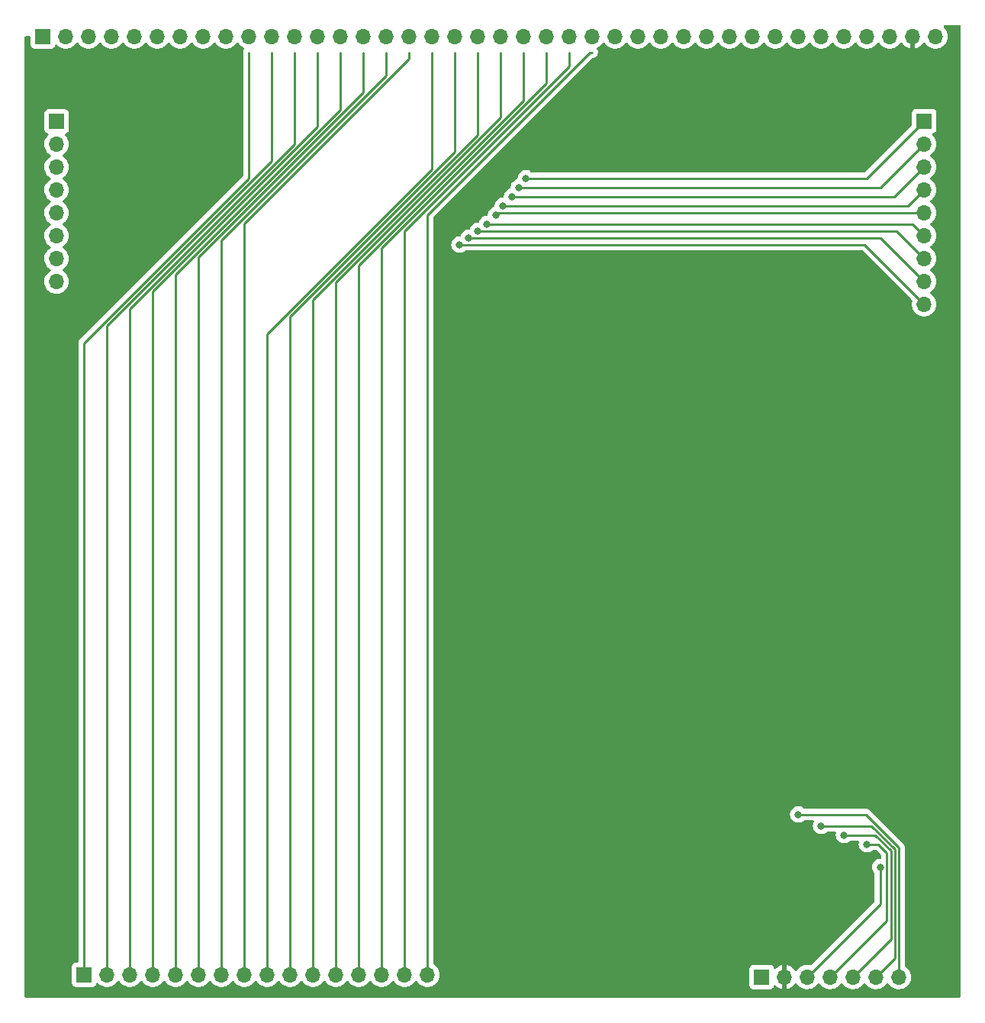
<source format=gbr>
%TF.GenerationSoftware,KiCad,Pcbnew,(6.0.0-0)*%
%TF.CreationDate,2022-03-08T07:11:19-05:00*%
%TF.ProjectId,Backplane-Memory-2022,4261636b-706c-4616-9e65-2d4d656d6f72,rev?*%
%TF.SameCoordinates,Original*%
%TF.FileFunction,Copper,L1,Top*%
%TF.FilePolarity,Positive*%
%FSLAX46Y46*%
G04 Gerber Fmt 4.6, Leading zero omitted, Abs format (unit mm)*
G04 Created by KiCad (PCBNEW (6.0.0-0)) date 2022-03-08 07:11:19*
%MOMM*%
%LPD*%
G01*
G04 APERTURE LIST*
%TA.AperFunction,ComponentPad*%
%ADD10R,1.700000X1.700000*%
%TD*%
%TA.AperFunction,ComponentPad*%
%ADD11O,1.700000X1.700000*%
%TD*%
%TA.AperFunction,ViaPad*%
%ADD12C,0.800000*%
%TD*%
%TA.AperFunction,Conductor*%
%ADD13C,0.250000*%
%TD*%
G04 APERTURE END LIST*
D10*
%TO.P,J5,1,Pin_1*%
%TO.N,~{LATCH_CODE_SEG}*%
X187706000Y-48260000D03*
D11*
%TO.P,J5,2,Pin_2*%
%TO.N,~{EN_CODE_SEG}*%
X187706000Y-50800000D03*
%TO.P,J5,3,Pin_3*%
%TO.N,~{ASSERT_CODE_SEG}*%
X187706000Y-53340000D03*
%TO.P,J5,4,Pin_4*%
%TO.N,~{LATCH_DATA_SEG}*%
X187706000Y-55880000D03*
%TO.P,J5,5,Pin_5*%
%TO.N,~{EN_DATA_SEG}*%
X187706000Y-58420000D03*
%TO.P,J5,6,Pin_6*%
%TO.N,~{ASSERT_DATA_SEG}*%
X187706000Y-60960000D03*
%TO.P,J5,7,Pin_7*%
%TO.N,~{LATCH_STACK_SEG}*%
X187706000Y-63500000D03*
%TO.P,J5,8,Pin_8*%
%TO.N,~{EN_STACK_SEG}*%
X187706000Y-66040000D03*
%TO.P,J5,9,Pin_9*%
%TO.N,~{ASSERT_STACK_SEG}*%
X187706000Y-68580000D03*
%TD*%
D10*
%TO.P,J2,1,Pin_1*%
%TO.N,BUS7*%
X91440000Y-48298000D03*
D11*
%TO.P,J2,2,Pin_2*%
%TO.N,BUS6*%
X91440000Y-50838000D03*
%TO.P,J2,3,Pin_3*%
%TO.N,BUS5*%
X91440000Y-53378000D03*
%TO.P,J2,4,Pin_4*%
%TO.N,BUS4*%
X91440000Y-55918000D03*
%TO.P,J2,5,Pin_5*%
%TO.N,BUS3*%
X91440000Y-58458000D03*
%TO.P,J2,6,Pin_6*%
%TO.N,BUS2*%
X91440000Y-60998000D03*
%TO.P,J2,7,Pin_7*%
%TO.N,BUS1*%
X91440000Y-63538000D03*
%TO.P,J2,8,Pin_8*%
%TO.N,BUS0*%
X91440000Y-66078000D03*
%TD*%
D10*
%TO.P,J1,1,Pin_1*%
%TO.N,VCC*%
X169667000Y-143256000D03*
D11*
%TO.P,J1,2,Pin_2*%
%TO.N,GND*%
X172207000Y-143256000D03*
%TO.P,J1,3,Pin_3*%
%TO.N,CLOCK*%
X174747000Y-143256000D03*
%TO.P,J1,4,Pin_4*%
%TO.N,RESET*%
X177287000Y-143256000D03*
%TO.P,J1,5,Pin_5*%
%TO.N,~{LATCH_MAR}*%
X179827000Y-143256000D03*
%TO.P,J1,6,Pin_6*%
%TO.N,~{READ}*%
X182367000Y-143256000D03*
%TO.P,J1,7,Pin_7*%
%TO.N,~{WRITE}*%
X184907000Y-143256000D03*
%TD*%
D10*
%TO.P,J4,1,Pin_1*%
%TO.N,A15*%
X94488000Y-143002000D03*
D11*
%TO.P,J4,2,Pin_2*%
%TO.N,A14*%
X97028000Y-143002000D03*
%TO.P,J4,3,Pin_3*%
%TO.N,A13*%
X99568000Y-143002000D03*
%TO.P,J4,4,Pin_4*%
%TO.N,A12*%
X102108000Y-143002000D03*
%TO.P,J4,5,Pin_5*%
%TO.N,A11*%
X104648000Y-143002000D03*
%TO.P,J4,6,Pin_6*%
%TO.N,A10*%
X107188000Y-143002000D03*
%TO.P,J4,7,Pin_7*%
%TO.N,A9*%
X109728000Y-143002000D03*
%TO.P,J4,8,Pin_8*%
%TO.N,A8*%
X112268000Y-143002000D03*
%TO.P,J4,9,Pin_9*%
%TO.N,A7*%
X114808000Y-143002000D03*
%TO.P,J4,10,Pin_10*%
%TO.N,A6*%
X117348000Y-143002000D03*
%TO.P,J4,11,Pin_11*%
%TO.N,A5*%
X119888000Y-143002000D03*
%TO.P,J4,12,Pin_12*%
%TO.N,A4*%
X122428000Y-143002000D03*
%TO.P,J4,13,Pin_13*%
%TO.N,A3*%
X124968000Y-143002000D03*
%TO.P,J4,14,Pin_14*%
%TO.N,A2*%
X127508000Y-143002000D03*
%TO.P,J4,15,Pin_15*%
%TO.N,A1*%
X130048000Y-143002000D03*
%TO.P,J4,16,Pin_16*%
%TO.N,A0*%
X132588000Y-143002000D03*
%TD*%
D10*
%TO.P,J3,1,Pin_1*%
%TO.N,~{ASSERT_STACK_SEG}*%
X89916000Y-38862000D03*
D11*
%TO.P,J3,2,Pin_2*%
%TO.N,~{EN_STACK_SEG}*%
X92456000Y-38862000D03*
%TO.P,J3,3,Pin_3*%
%TO.N,~{LATCH_STACK_SEG}*%
X94996000Y-38862000D03*
%TO.P,J3,4,Pin_4*%
%TO.N,~{ASSERT_DATA_SEG}*%
X97536000Y-38862000D03*
%TO.P,J3,5,Pin_5*%
%TO.N,~{EN_DATA_SEG}*%
X100076000Y-38862000D03*
%TO.P,J3,6,Pin_6*%
%TO.N,~{LATCH_DATA_SEG}*%
X102616000Y-38862000D03*
%TO.P,J3,7,Pin_7*%
%TO.N,~{ASSERT_CODE_SEG}*%
X105156000Y-38862000D03*
%TO.P,J3,8,Pin_8*%
%TO.N,~{EN_CODE_SEG}*%
X107696000Y-38862000D03*
%TO.P,J3,9,Pin_9*%
%TO.N,~{LATCH_CODE_SEG}*%
X110236000Y-38862000D03*
%TO.P,J3,10,Pin_10*%
%TO.N,A15*%
X112776000Y-38862000D03*
%TO.P,J3,11,Pin_11*%
%TO.N,A14*%
X115316000Y-38862000D03*
%TO.P,J3,12,Pin_12*%
%TO.N,A13*%
X117856000Y-38862000D03*
%TO.P,J3,13,Pin_13*%
%TO.N,A12*%
X120396000Y-38862000D03*
%TO.P,J3,14,Pin_14*%
%TO.N,A11*%
X122936000Y-38862000D03*
%TO.P,J3,15,Pin_15*%
%TO.N,A10*%
X125476000Y-38862000D03*
%TO.P,J3,16,Pin_16*%
%TO.N,A9*%
X128016000Y-38862000D03*
%TO.P,J3,17,Pin_17*%
%TO.N,A8*%
X130556000Y-38862000D03*
%TO.P,J3,18,Pin_18*%
%TO.N,A7*%
X133096000Y-38862000D03*
%TO.P,J3,19,Pin_19*%
%TO.N,A6*%
X135636000Y-38862000D03*
%TO.P,J3,20,Pin_20*%
%TO.N,A5*%
X138176000Y-38862000D03*
%TO.P,J3,21,Pin_21*%
%TO.N,A4*%
X140716000Y-38862000D03*
%TO.P,J3,22,Pin_22*%
%TO.N,A3*%
X143256000Y-38862000D03*
%TO.P,J3,23,Pin_23*%
%TO.N,A2*%
X145796000Y-38862000D03*
%TO.P,J3,24,Pin_24*%
%TO.N,A1*%
X148336000Y-38862000D03*
%TO.P,J3,25,Pin_25*%
%TO.N,A0*%
X150876000Y-38862000D03*
%TO.P,J3,26,Pin_26*%
%TO.N,BUS7*%
X153416000Y-38862000D03*
%TO.P,J3,27,Pin_27*%
%TO.N,BUS6*%
X155956000Y-38862000D03*
%TO.P,J3,28,Pin_28*%
%TO.N,BUS5*%
X158496000Y-38862000D03*
%TO.P,J3,29,Pin_29*%
%TO.N,BUS4*%
X161036000Y-38862000D03*
%TO.P,J3,30,Pin_30*%
%TO.N,BUS3*%
X163576000Y-38862000D03*
%TO.P,J3,31,Pin_31*%
%TO.N,BUS2*%
X166116000Y-38862000D03*
%TO.P,J3,32,Pin_32*%
%TO.N,BUS1*%
X168656000Y-38862000D03*
%TO.P,J3,33,Pin_33*%
%TO.N,BUS0*%
X171196000Y-38862000D03*
%TO.P,J3,34,Pin_34*%
%TO.N,~{WRITE}*%
X173736000Y-38862000D03*
%TO.P,J3,35,Pin_35*%
%TO.N,~{READ}*%
X176276000Y-38862000D03*
%TO.P,J3,36,Pin_36*%
%TO.N,~{LATCH_MAR}*%
X178816000Y-38862000D03*
%TO.P,J3,37,Pin_37*%
%TO.N,RESET*%
X181356000Y-38862000D03*
%TO.P,J3,38,Pin_38*%
%TO.N,CLOCK*%
X183896000Y-38862000D03*
%TO.P,J3,39,Pin_39*%
%TO.N,GND*%
X186436000Y-38862000D03*
%TO.P,J3,40,Pin_40*%
%TO.N,VCC*%
X188976000Y-38862000D03*
%TD*%
D12*
%TO.N,CLOCK*%
X182833967Y-131064000D03*
%TO.N,RESET*%
X181356000Y-128523998D03*
%TO.N,~{LATCH_MAR}*%
X178816000Y-127508000D03*
%TO.N,~{READ}*%
X176276000Y-126492000D03*
%TO.N,~{WRITE}*%
X173736000Y-125222000D03*
%TO.N,~{ASSERT_STACK_SEG}*%
X136144000Y-61976000D03*
%TO.N,~{EN_STACK_SEG}*%
X137160000Y-61214000D03*
%TO.N,~{LATCH_STACK_SEG}*%
X138176000Y-60452000D03*
%TO.N,~{ASSERT_DATA_SEG}*%
X139192000Y-59690000D03*
%TO.N,~{EN_DATA_SEG}*%
X140208000Y-58674000D03*
%TO.N,~{LATCH_DATA_SEG}*%
X140970000Y-57658000D03*
%TO.N,~{ASSERT_CODE_SEG}*%
X141986000Y-56642000D03*
%TO.N,~{EN_CODE_SEG}*%
X142748000Y-55626000D03*
%TO.N,~{LATCH_CODE_SEG}*%
X143510000Y-54610000D03*
%TD*%
D13*
%TO.N,CLOCK*%
X174752000Y-143256000D02*
X182833967Y-135174033D01*
X174747000Y-143256000D02*
X174752000Y-143256000D01*
X182833967Y-135174033D02*
X182833967Y-131064000D01*
%TO.N,RESET*%
X182625998Y-128523998D02*
X181356000Y-128523998D01*
X177287000Y-143256000D02*
X183558467Y-136984533D01*
X183558467Y-129456467D02*
X182625998Y-128523998D01*
X183558467Y-136984533D02*
X183558467Y-129456467D01*
%TO.N,~{LATCH_MAR}*%
X182245704Y-127508000D02*
X178816000Y-127508000D01*
X179827000Y-143256000D02*
X184007978Y-139075022D01*
X184007978Y-139075022D02*
X184007978Y-129270274D01*
X184007978Y-129270274D02*
X182245704Y-127508000D01*
%TO.N,~{READ}*%
X184457489Y-129084081D02*
X181865408Y-126492000D01*
X181865408Y-126492000D02*
X176276000Y-126492000D01*
X182367000Y-143256000D02*
X184457489Y-141165511D01*
X184457489Y-141165511D02*
X184457489Y-129084081D01*
%TO.N,~{WRITE}*%
X181231112Y-125222000D02*
X173736000Y-125222000D01*
X184907000Y-143256000D02*
X184907000Y-128897888D01*
X184907000Y-128897888D02*
X181231112Y-125222000D01*
%TO.N,~{ASSERT_STACK_SEG}*%
X187706000Y-68580000D02*
X181102000Y-61976000D01*
X181102000Y-61976000D02*
X136144000Y-61976000D01*
%TO.N,~{EN_STACK_SEG}*%
X187706000Y-66040000D02*
X182880000Y-61214000D01*
X182880000Y-61214000D02*
X137160000Y-61214000D01*
%TO.N,~{LATCH_STACK_SEG}*%
X187706000Y-63500000D02*
X184658000Y-60452000D01*
X184658000Y-60452000D02*
X138176000Y-60452000D01*
%TO.N,~{ASSERT_DATA_SEG}*%
X186436000Y-59690000D02*
X139192000Y-59690000D01*
X187706000Y-60960000D02*
X186436000Y-59690000D01*
%TO.N,~{EN_DATA_SEG}*%
X140462000Y-58420000D02*
X140208000Y-58674000D01*
X187706000Y-58420000D02*
X140462000Y-58420000D01*
%TO.N,~{LATCH_DATA_SEG}*%
X187706000Y-55880000D02*
X185928000Y-57658000D01*
X185928000Y-57658000D02*
X140970000Y-57658000D01*
%TO.N,~{ASSERT_CODE_SEG}*%
X187706000Y-53340000D02*
X184404000Y-56642000D01*
X184404000Y-56642000D02*
X141986000Y-56642000D01*
%TO.N,~{EN_CODE_SEG}*%
X187706000Y-50800000D02*
X182880000Y-55626000D01*
X182880000Y-55626000D02*
X142748000Y-55626000D01*
%TO.N,~{LATCH_CODE_SEG}*%
X187706000Y-48260000D02*
X181356000Y-54610000D01*
X181356000Y-54610000D02*
X143510000Y-54610000D01*
%TO.N,A0*%
X132588000Y-143002000D02*
X132588000Y-58674000D01*
X132588000Y-58674000D02*
X150622000Y-40640000D01*
X150622000Y-40640000D02*
X150876000Y-40640000D01*
%TO.N,A1*%
X130048000Y-143002000D02*
X130048000Y-60456224D01*
X130048000Y-60456224D02*
X148336000Y-42168224D01*
X148336000Y-42168224D02*
X148336000Y-40640000D01*
%TO.N,A2*%
X127508000Y-143002000D02*
X127508000Y-62360520D01*
X145796000Y-44072520D02*
X145796000Y-40640000D01*
X127508000Y-62360520D02*
X145796000Y-44072520D01*
%TO.N,A3*%
X124968000Y-64264816D02*
X143256000Y-45976816D01*
X143256000Y-45976816D02*
X143256000Y-40640000D01*
X124968000Y-143002000D02*
X124968000Y-64264816D01*
%TO.N,A4*%
X122428000Y-143002000D02*
X122428000Y-66169112D01*
X140716000Y-47881112D02*
X140716000Y-40640000D01*
X122428000Y-66169112D02*
X140716000Y-47881112D01*
%TO.N,A5*%
X119888000Y-143002000D02*
X119888000Y-68073408D01*
X138176000Y-49785408D02*
X138176000Y-40640000D01*
X119888000Y-68073408D02*
X138176000Y-49785408D01*
%TO.N,A6*%
X135636000Y-51689704D02*
X135636000Y-40640000D01*
X117348000Y-143002000D02*
X117348000Y-69977704D01*
X117348000Y-69977704D02*
X135636000Y-51689704D01*
%TO.N,A7*%
X114808000Y-143002000D02*
X114808000Y-71882000D01*
X114808000Y-71882000D02*
X133096000Y-53594000D01*
X133096000Y-53594000D02*
X133096000Y-40640000D01*
%TO.N,A8*%
X130556000Y-41363901D02*
X130556000Y-40640000D01*
X112268000Y-143002000D02*
X112268000Y-59651901D01*
X112268000Y-59651901D02*
X130556000Y-41363901D01*
%TO.N,A9*%
X109728000Y-61472224D02*
X128016000Y-43184224D01*
X109728000Y-143002000D02*
X109728000Y-61472224D01*
X128016000Y-43184224D02*
X128016000Y-40640000D01*
%TO.N,A10*%
X107188000Y-63376520D02*
X125476000Y-45088520D01*
X107188000Y-143002000D02*
X107188000Y-63376520D01*
X125476000Y-45088520D02*
X125476000Y-40640000D01*
%TO.N,A11*%
X104648000Y-65280816D02*
X122936000Y-46992816D01*
X104648000Y-143002000D02*
X104648000Y-65280816D01*
X122936000Y-46992816D02*
X122936000Y-40640000D01*
%TO.N,A12*%
X120396000Y-48897112D02*
X120396000Y-40640000D01*
X102108000Y-143002000D02*
X102108000Y-67185112D01*
X102108000Y-67185112D02*
X120396000Y-48897112D01*
%TO.N,A13*%
X99568000Y-143002000D02*
X99568000Y-69089408D01*
X99568000Y-69089408D02*
X117856000Y-50801408D01*
X117856000Y-50801408D02*
X117856000Y-40640000D01*
%TO.N,A14*%
X97028000Y-143002000D02*
X97028000Y-70993704D01*
X97028000Y-70993704D02*
X115316000Y-52705704D01*
X115316000Y-52705704D02*
X115316000Y-40640000D01*
%TO.N,A15*%
X94488000Y-143002000D02*
X94488000Y-72898000D01*
X94488000Y-72898000D02*
X112776000Y-54610000D01*
X112776000Y-54610000D02*
X112776000Y-40640000D01*
%TD*%
%TA.AperFunction,Conductor*%
%TO.N,GND*%
G36*
X191710851Y-37633927D02*
G01*
X191757981Y-37687024D01*
X191770000Y-37740730D01*
X191770000Y-145416000D01*
X191749998Y-145484121D01*
X191696342Y-145530614D01*
X191644000Y-145542000D01*
X88010000Y-145542000D01*
X87941879Y-145521998D01*
X87895386Y-145468342D01*
X87884000Y-145416000D01*
X87884000Y-66044695D01*
X90077251Y-66044695D01*
X90077548Y-66049848D01*
X90077548Y-66049851D01*
X90082926Y-66143117D01*
X90090110Y-66267715D01*
X90091247Y-66272761D01*
X90091248Y-66272767D01*
X90104828Y-66333023D01*
X90139222Y-66485639D01*
X90223266Y-66692616D01*
X90339987Y-66883088D01*
X90486250Y-67051938D01*
X90658126Y-67194632D01*
X90851000Y-67307338D01*
X91059692Y-67387030D01*
X91064760Y-67388061D01*
X91064763Y-67388062D01*
X91172017Y-67409883D01*
X91278597Y-67431567D01*
X91283772Y-67431757D01*
X91283774Y-67431757D01*
X91496673Y-67439564D01*
X91496677Y-67439564D01*
X91501837Y-67439753D01*
X91506957Y-67439097D01*
X91506959Y-67439097D01*
X91718288Y-67412025D01*
X91718289Y-67412025D01*
X91723416Y-67411368D01*
X91728366Y-67409883D01*
X91932429Y-67348661D01*
X91932434Y-67348659D01*
X91937384Y-67347174D01*
X92137994Y-67248896D01*
X92319860Y-67119173D01*
X92478096Y-66961489D01*
X92508418Y-66919292D01*
X92605435Y-66784277D01*
X92608453Y-66780077D01*
X92629527Y-66737438D01*
X92705136Y-66584453D01*
X92705137Y-66584451D01*
X92707430Y-66579811D01*
X92772370Y-66366069D01*
X92801529Y-66144590D01*
X92802194Y-66117389D01*
X92803074Y-66081365D01*
X92803074Y-66081361D01*
X92803156Y-66078000D01*
X92784852Y-65855361D01*
X92730431Y-65638702D01*
X92641354Y-65433840D01*
X92520014Y-65246277D01*
X92369670Y-65081051D01*
X92365619Y-65077852D01*
X92365615Y-65077848D01*
X92198414Y-64945800D01*
X92198410Y-64945798D01*
X92194359Y-64942598D01*
X92153053Y-64919796D01*
X92103084Y-64869364D01*
X92088312Y-64799921D01*
X92113428Y-64733516D01*
X92140780Y-64706909D01*
X92194054Y-64668909D01*
X92319860Y-64579173D01*
X92478096Y-64421489D01*
X92508418Y-64379292D01*
X92605435Y-64244277D01*
X92608453Y-64240077D01*
X92629527Y-64197438D01*
X92705136Y-64044453D01*
X92705137Y-64044451D01*
X92707430Y-64039811D01*
X92772370Y-63826069D01*
X92801529Y-63604590D01*
X92802194Y-63577389D01*
X92803074Y-63541365D01*
X92803074Y-63541361D01*
X92803156Y-63538000D01*
X92784852Y-63315361D01*
X92730431Y-63098702D01*
X92641354Y-62893840D01*
X92520014Y-62706277D01*
X92369670Y-62541051D01*
X92365619Y-62537852D01*
X92365615Y-62537848D01*
X92198414Y-62405800D01*
X92198410Y-62405798D01*
X92194359Y-62402598D01*
X92153053Y-62379796D01*
X92103084Y-62329364D01*
X92088312Y-62259921D01*
X92113428Y-62193516D01*
X92140780Y-62166909D01*
X92194054Y-62128909D01*
X92319860Y-62039173D01*
X92478096Y-61881489D01*
X92484461Y-61872632D01*
X92605435Y-61704277D01*
X92608453Y-61700077D01*
X92629527Y-61657438D01*
X92705136Y-61504453D01*
X92705137Y-61504451D01*
X92707430Y-61499811D01*
X92772370Y-61286069D01*
X92801529Y-61064590D01*
X92802194Y-61037389D01*
X92803074Y-61001365D01*
X92803074Y-61001361D01*
X92803156Y-60998000D01*
X92784852Y-60775361D01*
X92730431Y-60558702D01*
X92641354Y-60353840D01*
X92520014Y-60166277D01*
X92369670Y-60001051D01*
X92365619Y-59997852D01*
X92365615Y-59997848D01*
X92198414Y-59865800D01*
X92198410Y-59865798D01*
X92194359Y-59862598D01*
X92153053Y-59839796D01*
X92103084Y-59789364D01*
X92088312Y-59719921D01*
X92113428Y-59653516D01*
X92140780Y-59626909D01*
X92203973Y-59581834D01*
X92319860Y-59499173D01*
X92373593Y-59445628D01*
X92474435Y-59345137D01*
X92478096Y-59341489D01*
X92490142Y-59324726D01*
X92605435Y-59164277D01*
X92608453Y-59160077D01*
X92629527Y-59117438D01*
X92705136Y-58964453D01*
X92705137Y-58964451D01*
X92707430Y-58959811D01*
X92772370Y-58746069D01*
X92801529Y-58524590D01*
X92802359Y-58490634D01*
X92803074Y-58461365D01*
X92803074Y-58461361D01*
X92803156Y-58458000D01*
X92784852Y-58235361D01*
X92730431Y-58018702D01*
X92641354Y-57813840D01*
X92540537Y-57658000D01*
X92522822Y-57630617D01*
X92522820Y-57630614D01*
X92520014Y-57626277D01*
X92369670Y-57461051D01*
X92365619Y-57457852D01*
X92365615Y-57457848D01*
X92198414Y-57325800D01*
X92198410Y-57325798D01*
X92194359Y-57322598D01*
X92153053Y-57299796D01*
X92103084Y-57249364D01*
X92088312Y-57179921D01*
X92113428Y-57113516D01*
X92140780Y-57086909D01*
X92194054Y-57048909D01*
X92319860Y-56959173D01*
X92478096Y-56801489D01*
X92508418Y-56759292D01*
X92605435Y-56624277D01*
X92608453Y-56620077D01*
X92629527Y-56577438D01*
X92705136Y-56424453D01*
X92705137Y-56424451D01*
X92707430Y-56419811D01*
X92772370Y-56206069D01*
X92801529Y-55984590D01*
X92802148Y-55959251D01*
X92803074Y-55921365D01*
X92803074Y-55921361D01*
X92803156Y-55918000D01*
X92784852Y-55695361D01*
X92730431Y-55478702D01*
X92641354Y-55273840D01*
X92520014Y-55086277D01*
X92369670Y-54921051D01*
X92365619Y-54917852D01*
X92365615Y-54917848D01*
X92198414Y-54785800D01*
X92198410Y-54785798D01*
X92194359Y-54782598D01*
X92153053Y-54759796D01*
X92103084Y-54709364D01*
X92088312Y-54639921D01*
X92113428Y-54573516D01*
X92140780Y-54546909D01*
X92194054Y-54508909D01*
X92319860Y-54419173D01*
X92354654Y-54384501D01*
X92474435Y-54265137D01*
X92478096Y-54261489D01*
X92494656Y-54238444D01*
X92605435Y-54084277D01*
X92608453Y-54080077D01*
X92629527Y-54037438D01*
X92705136Y-53884453D01*
X92705137Y-53884451D01*
X92707430Y-53879811D01*
X92772370Y-53666069D01*
X92801529Y-53444590D01*
X92802323Y-53412110D01*
X92803074Y-53381365D01*
X92803074Y-53381361D01*
X92803156Y-53378000D01*
X92784852Y-53155361D01*
X92730431Y-52938702D01*
X92641354Y-52733840D01*
X92520014Y-52546277D01*
X92369670Y-52381051D01*
X92365619Y-52377852D01*
X92365615Y-52377848D01*
X92198414Y-52245800D01*
X92198410Y-52245798D01*
X92194359Y-52242598D01*
X92153053Y-52219796D01*
X92103084Y-52169364D01*
X92088312Y-52099921D01*
X92113428Y-52033516D01*
X92140780Y-52006909D01*
X92194054Y-51968909D01*
X92319860Y-51879173D01*
X92478096Y-51721489D01*
X92508418Y-51679292D01*
X92605435Y-51544277D01*
X92608453Y-51540077D01*
X92624399Y-51507814D01*
X92705136Y-51344453D01*
X92705137Y-51344451D01*
X92707430Y-51339811D01*
X92772370Y-51126069D01*
X92801529Y-50904590D01*
X92801611Y-50901240D01*
X92803074Y-50841365D01*
X92803074Y-50841361D01*
X92803156Y-50838000D01*
X92784852Y-50615361D01*
X92730431Y-50398702D01*
X92641354Y-50193840D01*
X92520014Y-50006277D01*
X92516532Y-50002450D01*
X92372798Y-49844488D01*
X92341746Y-49780642D01*
X92350141Y-49710143D01*
X92395317Y-49655375D01*
X92421761Y-49641706D01*
X92528297Y-49601767D01*
X92536705Y-49598615D01*
X92653261Y-49511261D01*
X92740615Y-49394705D01*
X92791745Y-49258316D01*
X92798500Y-49196134D01*
X92798500Y-47399866D01*
X92791745Y-47337684D01*
X92740615Y-47201295D01*
X92653261Y-47084739D01*
X92536705Y-46997385D01*
X92400316Y-46946255D01*
X92338134Y-46939500D01*
X90541866Y-46939500D01*
X90479684Y-46946255D01*
X90343295Y-46997385D01*
X90226739Y-47084739D01*
X90139385Y-47201295D01*
X90088255Y-47337684D01*
X90081500Y-47399866D01*
X90081500Y-49196134D01*
X90088255Y-49258316D01*
X90139385Y-49394705D01*
X90226739Y-49511261D01*
X90343295Y-49598615D01*
X90351704Y-49601767D01*
X90351705Y-49601768D01*
X90460451Y-49642535D01*
X90517216Y-49685176D01*
X90541916Y-49751738D01*
X90526709Y-49821087D01*
X90507316Y-49847568D01*
X90391964Y-49968277D01*
X90380629Y-49980138D01*
X90254743Y-50164680D01*
X90160688Y-50367305D01*
X90100989Y-50582570D01*
X90077251Y-50804695D01*
X90077548Y-50809848D01*
X90077548Y-50809851D01*
X90083011Y-50904590D01*
X90090110Y-51027715D01*
X90091247Y-51032761D01*
X90091248Y-51032767D01*
X90104828Y-51093023D01*
X90139222Y-51245639D01*
X90223266Y-51452616D01*
X90225965Y-51457020D01*
X90332540Y-51630935D01*
X90339987Y-51643088D01*
X90486250Y-51811938D01*
X90658126Y-51954632D01*
X90685959Y-51970896D01*
X90731445Y-51997476D01*
X90780169Y-52049114D01*
X90793240Y-52118897D01*
X90766509Y-52184669D01*
X90726055Y-52218027D01*
X90713607Y-52224507D01*
X90709474Y-52227610D01*
X90709471Y-52227612D01*
X90539100Y-52355530D01*
X90534965Y-52358635D01*
X90531393Y-52362373D01*
X90391964Y-52508277D01*
X90380629Y-52520138D01*
X90254743Y-52704680D01*
X90160688Y-52907305D01*
X90100989Y-53122570D01*
X90077251Y-53344695D01*
X90077548Y-53349848D01*
X90077548Y-53349851D01*
X90083011Y-53444590D01*
X90090110Y-53567715D01*
X90091247Y-53572761D01*
X90091248Y-53572767D01*
X90104828Y-53633023D01*
X90139222Y-53785639D01*
X90223266Y-53992616D01*
X90339987Y-54183088D01*
X90486250Y-54351938D01*
X90658126Y-54494632D01*
X90685959Y-54510896D01*
X90731445Y-54537476D01*
X90780169Y-54589114D01*
X90793240Y-54658897D01*
X90766509Y-54724669D01*
X90726055Y-54758027D01*
X90713607Y-54764507D01*
X90709474Y-54767610D01*
X90709471Y-54767612D01*
X90539100Y-54895530D01*
X90534965Y-54898635D01*
X90531393Y-54902373D01*
X90391964Y-55048277D01*
X90380629Y-55060138D01*
X90254743Y-55244680D01*
X90160688Y-55447305D01*
X90100989Y-55662570D01*
X90077251Y-55884695D01*
X90077548Y-55889848D01*
X90077548Y-55889851D01*
X90083011Y-55984590D01*
X90090110Y-56107715D01*
X90091247Y-56112761D01*
X90091248Y-56112767D01*
X90104828Y-56173023D01*
X90139222Y-56325639D01*
X90223266Y-56532616D01*
X90225965Y-56537020D01*
X90327265Y-56702327D01*
X90339987Y-56723088D01*
X90486250Y-56891938D01*
X90658126Y-57034632D01*
X90685959Y-57050896D01*
X90731445Y-57077476D01*
X90780169Y-57129114D01*
X90793240Y-57198897D01*
X90766509Y-57264669D01*
X90726055Y-57298027D01*
X90713607Y-57304507D01*
X90709474Y-57307610D01*
X90709471Y-57307612D01*
X90539100Y-57435530D01*
X90534965Y-57438635D01*
X90531393Y-57442373D01*
X90391964Y-57588277D01*
X90380629Y-57600138D01*
X90377715Y-57604410D01*
X90377714Y-57604411D01*
X90341158Y-57658000D01*
X90254743Y-57784680D01*
X90160688Y-57987305D01*
X90100989Y-58202570D01*
X90077251Y-58424695D01*
X90077548Y-58429848D01*
X90077548Y-58429851D01*
X90083011Y-58524590D01*
X90090110Y-58647715D01*
X90091247Y-58652761D01*
X90091248Y-58652767D01*
X90104828Y-58713023D01*
X90139222Y-58865639D01*
X90223266Y-59072616D01*
X90339987Y-59263088D01*
X90486250Y-59431938D01*
X90658126Y-59574632D01*
X90685959Y-59590896D01*
X90731445Y-59617476D01*
X90780169Y-59669114D01*
X90793240Y-59738897D01*
X90766509Y-59804669D01*
X90726055Y-59838027D01*
X90713607Y-59844507D01*
X90709474Y-59847610D01*
X90709471Y-59847612D01*
X90539100Y-59975530D01*
X90534965Y-59978635D01*
X90531393Y-59982373D01*
X90391964Y-60128277D01*
X90380629Y-60140138D01*
X90254743Y-60324680D01*
X90239003Y-60358590D01*
X90184372Y-60476283D01*
X90160688Y-60527305D01*
X90100989Y-60742570D01*
X90077251Y-60964695D01*
X90077548Y-60969848D01*
X90077548Y-60969851D01*
X90089792Y-61182197D01*
X90090110Y-61187715D01*
X90091247Y-61192761D01*
X90091248Y-61192767D01*
X90104828Y-61253023D01*
X90139222Y-61405639D01*
X90223266Y-61612616D01*
X90248696Y-61654114D01*
X90329560Y-61786072D01*
X90339987Y-61803088D01*
X90486250Y-61971938D01*
X90658126Y-62114632D01*
X90685959Y-62130896D01*
X90731445Y-62157476D01*
X90780169Y-62209114D01*
X90793240Y-62278897D01*
X90766509Y-62344669D01*
X90726055Y-62378027D01*
X90713607Y-62384507D01*
X90709474Y-62387610D01*
X90709471Y-62387612D01*
X90539100Y-62515530D01*
X90534965Y-62518635D01*
X90503025Y-62552058D01*
X90391964Y-62668277D01*
X90380629Y-62680138D01*
X90254743Y-62864680D01*
X90160688Y-63067305D01*
X90100989Y-63282570D01*
X90077251Y-63504695D01*
X90077548Y-63509848D01*
X90077548Y-63509851D01*
X90082926Y-63603118D01*
X90090110Y-63727715D01*
X90091247Y-63732761D01*
X90091248Y-63732767D01*
X90104828Y-63793023D01*
X90139222Y-63945639D01*
X90223266Y-64152616D01*
X90225965Y-64157020D01*
X90295334Y-64270220D01*
X90339987Y-64343088D01*
X90486250Y-64511938D01*
X90658126Y-64654632D01*
X90685959Y-64670896D01*
X90731445Y-64697476D01*
X90780169Y-64749114D01*
X90793240Y-64818897D01*
X90766509Y-64884669D01*
X90726055Y-64918027D01*
X90713607Y-64924507D01*
X90709474Y-64927610D01*
X90709471Y-64927612D01*
X90539100Y-65055530D01*
X90534965Y-65058635D01*
X90531393Y-65062373D01*
X90391964Y-65208277D01*
X90380629Y-65220138D01*
X90254743Y-65404680D01*
X90160688Y-65607305D01*
X90100989Y-65822570D01*
X90077251Y-66044695D01*
X87884000Y-66044695D01*
X87884000Y-38977412D01*
X87904002Y-38909291D01*
X87957658Y-38862798D01*
X88008496Y-38851421D01*
X88153607Y-38849690D01*
X88429997Y-38846392D01*
X88498351Y-38865580D01*
X88545481Y-38918677D01*
X88557500Y-38972383D01*
X88557500Y-39760134D01*
X88564255Y-39822316D01*
X88615385Y-39958705D01*
X88702739Y-40075261D01*
X88819295Y-40162615D01*
X88955684Y-40213745D01*
X89017866Y-40220500D01*
X90814134Y-40220500D01*
X90876316Y-40213745D01*
X91012705Y-40162615D01*
X91129261Y-40075261D01*
X91216615Y-39958705D01*
X91238799Y-39899529D01*
X91260598Y-39841382D01*
X91303240Y-39784618D01*
X91369802Y-39759918D01*
X91439150Y-39775126D01*
X91473817Y-39803114D01*
X91502250Y-39835938D01*
X91674126Y-39978632D01*
X91867000Y-40091338D01*
X91871825Y-40093180D01*
X91871826Y-40093181D01*
X91881222Y-40096769D01*
X92075692Y-40171030D01*
X92080760Y-40172061D01*
X92080763Y-40172062D01*
X92175862Y-40191410D01*
X92294597Y-40215567D01*
X92299772Y-40215757D01*
X92299774Y-40215757D01*
X92512673Y-40223564D01*
X92512677Y-40223564D01*
X92517837Y-40223753D01*
X92522957Y-40223097D01*
X92522959Y-40223097D01*
X92734288Y-40196025D01*
X92734289Y-40196025D01*
X92739416Y-40195368D01*
X92744366Y-40193883D01*
X92948429Y-40132661D01*
X92948434Y-40132659D01*
X92953384Y-40131174D01*
X93153994Y-40032896D01*
X93335860Y-39903173D01*
X93494096Y-39745489D01*
X93624453Y-39564077D01*
X93625776Y-39565028D01*
X93672645Y-39521857D01*
X93742580Y-39509625D01*
X93808026Y-39537144D01*
X93835875Y-39568994D01*
X93895987Y-39667088D01*
X94042250Y-39835938D01*
X94214126Y-39978632D01*
X94407000Y-40091338D01*
X94411825Y-40093180D01*
X94411826Y-40093181D01*
X94421222Y-40096769D01*
X94615692Y-40171030D01*
X94620760Y-40172061D01*
X94620763Y-40172062D01*
X94715862Y-40191410D01*
X94834597Y-40215567D01*
X94839772Y-40215757D01*
X94839774Y-40215757D01*
X95052673Y-40223564D01*
X95052677Y-40223564D01*
X95057837Y-40223753D01*
X95062957Y-40223097D01*
X95062959Y-40223097D01*
X95274288Y-40196025D01*
X95274289Y-40196025D01*
X95279416Y-40195368D01*
X95284366Y-40193883D01*
X95488429Y-40132661D01*
X95488434Y-40132659D01*
X95493384Y-40131174D01*
X95693994Y-40032896D01*
X95875860Y-39903173D01*
X96034096Y-39745489D01*
X96164453Y-39564077D01*
X96165776Y-39565028D01*
X96212645Y-39521857D01*
X96282580Y-39509625D01*
X96348026Y-39537144D01*
X96375875Y-39568994D01*
X96435987Y-39667088D01*
X96582250Y-39835938D01*
X96754126Y-39978632D01*
X96947000Y-40091338D01*
X96951825Y-40093180D01*
X96951826Y-40093181D01*
X96961222Y-40096769D01*
X97155692Y-40171030D01*
X97160760Y-40172061D01*
X97160763Y-40172062D01*
X97255862Y-40191410D01*
X97374597Y-40215567D01*
X97379772Y-40215757D01*
X97379774Y-40215757D01*
X97592673Y-40223564D01*
X97592677Y-40223564D01*
X97597837Y-40223753D01*
X97602957Y-40223097D01*
X97602959Y-40223097D01*
X97814288Y-40196025D01*
X97814289Y-40196025D01*
X97819416Y-40195368D01*
X97824366Y-40193883D01*
X98028429Y-40132661D01*
X98028434Y-40132659D01*
X98033384Y-40131174D01*
X98233994Y-40032896D01*
X98415860Y-39903173D01*
X98574096Y-39745489D01*
X98704453Y-39564077D01*
X98705776Y-39565028D01*
X98752645Y-39521857D01*
X98822580Y-39509625D01*
X98888026Y-39537144D01*
X98915875Y-39568994D01*
X98975987Y-39667088D01*
X99122250Y-39835938D01*
X99294126Y-39978632D01*
X99487000Y-40091338D01*
X99491825Y-40093180D01*
X99491826Y-40093181D01*
X99501222Y-40096769D01*
X99695692Y-40171030D01*
X99700760Y-40172061D01*
X99700763Y-40172062D01*
X99795862Y-40191410D01*
X99914597Y-40215567D01*
X99919772Y-40215757D01*
X99919774Y-40215757D01*
X100132673Y-40223564D01*
X100132677Y-40223564D01*
X100137837Y-40223753D01*
X100142957Y-40223097D01*
X100142959Y-40223097D01*
X100354288Y-40196025D01*
X100354289Y-40196025D01*
X100359416Y-40195368D01*
X100364366Y-40193883D01*
X100568429Y-40132661D01*
X100568434Y-40132659D01*
X100573384Y-40131174D01*
X100773994Y-40032896D01*
X100955860Y-39903173D01*
X101114096Y-39745489D01*
X101244453Y-39564077D01*
X101245776Y-39565028D01*
X101292645Y-39521857D01*
X101362580Y-39509625D01*
X101428026Y-39537144D01*
X101455875Y-39568994D01*
X101515987Y-39667088D01*
X101662250Y-39835938D01*
X101834126Y-39978632D01*
X102027000Y-40091338D01*
X102031825Y-40093180D01*
X102031826Y-40093181D01*
X102041222Y-40096769D01*
X102235692Y-40171030D01*
X102240760Y-40172061D01*
X102240763Y-40172062D01*
X102335862Y-40191410D01*
X102454597Y-40215567D01*
X102459772Y-40215757D01*
X102459774Y-40215757D01*
X102672673Y-40223564D01*
X102672677Y-40223564D01*
X102677837Y-40223753D01*
X102682957Y-40223097D01*
X102682959Y-40223097D01*
X102894288Y-40196025D01*
X102894289Y-40196025D01*
X102899416Y-40195368D01*
X102904366Y-40193883D01*
X103108429Y-40132661D01*
X103108434Y-40132659D01*
X103113384Y-40131174D01*
X103313994Y-40032896D01*
X103495860Y-39903173D01*
X103654096Y-39745489D01*
X103784453Y-39564077D01*
X103785776Y-39565028D01*
X103832645Y-39521857D01*
X103902580Y-39509625D01*
X103968026Y-39537144D01*
X103995875Y-39568994D01*
X104055987Y-39667088D01*
X104202250Y-39835938D01*
X104374126Y-39978632D01*
X104567000Y-40091338D01*
X104571825Y-40093180D01*
X104571826Y-40093181D01*
X104581222Y-40096769D01*
X104775692Y-40171030D01*
X104780760Y-40172061D01*
X104780763Y-40172062D01*
X104875862Y-40191410D01*
X104994597Y-40215567D01*
X104999772Y-40215757D01*
X104999774Y-40215757D01*
X105212673Y-40223564D01*
X105212677Y-40223564D01*
X105217837Y-40223753D01*
X105222957Y-40223097D01*
X105222959Y-40223097D01*
X105434288Y-40196025D01*
X105434289Y-40196025D01*
X105439416Y-40195368D01*
X105444366Y-40193883D01*
X105648429Y-40132661D01*
X105648434Y-40132659D01*
X105653384Y-40131174D01*
X105853994Y-40032896D01*
X106035860Y-39903173D01*
X106194096Y-39745489D01*
X106324453Y-39564077D01*
X106325776Y-39565028D01*
X106372645Y-39521857D01*
X106442580Y-39509625D01*
X106508026Y-39537144D01*
X106535875Y-39568994D01*
X106595987Y-39667088D01*
X106742250Y-39835938D01*
X106914126Y-39978632D01*
X107107000Y-40091338D01*
X107111825Y-40093180D01*
X107111826Y-40093181D01*
X107121222Y-40096769D01*
X107315692Y-40171030D01*
X107320760Y-40172061D01*
X107320763Y-40172062D01*
X107415862Y-40191410D01*
X107534597Y-40215567D01*
X107539772Y-40215757D01*
X107539774Y-40215757D01*
X107752673Y-40223564D01*
X107752677Y-40223564D01*
X107757837Y-40223753D01*
X107762957Y-40223097D01*
X107762959Y-40223097D01*
X107974288Y-40196025D01*
X107974289Y-40196025D01*
X107979416Y-40195368D01*
X107984366Y-40193883D01*
X108188429Y-40132661D01*
X108188434Y-40132659D01*
X108193384Y-40131174D01*
X108393994Y-40032896D01*
X108575860Y-39903173D01*
X108734096Y-39745489D01*
X108864453Y-39564077D01*
X108865776Y-39565028D01*
X108912645Y-39521857D01*
X108982580Y-39509625D01*
X109048026Y-39537144D01*
X109075875Y-39568994D01*
X109135987Y-39667088D01*
X109282250Y-39835938D01*
X109454126Y-39978632D01*
X109647000Y-40091338D01*
X109651825Y-40093180D01*
X109651826Y-40093181D01*
X109661222Y-40096769D01*
X109855692Y-40171030D01*
X109860760Y-40172061D01*
X109860763Y-40172062D01*
X109955862Y-40191410D01*
X110074597Y-40215567D01*
X110079772Y-40215757D01*
X110079774Y-40215757D01*
X110292673Y-40223564D01*
X110292677Y-40223564D01*
X110297837Y-40223753D01*
X110302957Y-40223097D01*
X110302959Y-40223097D01*
X110514288Y-40196025D01*
X110514289Y-40196025D01*
X110519416Y-40195368D01*
X110524366Y-40193883D01*
X110728429Y-40132661D01*
X110728434Y-40132659D01*
X110733384Y-40131174D01*
X110933994Y-40032896D01*
X111115860Y-39903173D01*
X111274096Y-39745489D01*
X111404453Y-39564077D01*
X111405776Y-39565028D01*
X111452645Y-39521857D01*
X111522580Y-39509625D01*
X111588026Y-39537144D01*
X111615875Y-39568994D01*
X111675987Y-39667088D01*
X111822250Y-39835938D01*
X111994126Y-39978632D01*
X112187000Y-40091338D01*
X112191826Y-40093181D01*
X112196495Y-40095418D01*
X112195848Y-40096769D01*
X112246938Y-40135633D01*
X112271235Y-40202342D01*
X112255905Y-40271062D01*
X112182305Y-40404940D01*
X112142500Y-40559970D01*
X112142500Y-54295406D01*
X112122498Y-54363527D01*
X112105595Y-54384501D01*
X94095747Y-72394348D01*
X94087461Y-72401888D01*
X94080982Y-72406000D01*
X94075557Y-72411777D01*
X94034357Y-72455651D01*
X94031602Y-72458493D01*
X94011865Y-72478230D01*
X94009385Y-72481427D01*
X94001682Y-72490447D01*
X93971414Y-72522679D01*
X93967595Y-72529625D01*
X93967593Y-72529628D01*
X93961652Y-72540434D01*
X93950801Y-72556953D01*
X93938386Y-72572959D01*
X93935241Y-72580228D01*
X93935238Y-72580232D01*
X93920826Y-72613537D01*
X93915609Y-72624187D01*
X93894305Y-72662940D01*
X93892334Y-72670615D01*
X93892334Y-72670616D01*
X93889267Y-72682562D01*
X93882863Y-72701266D01*
X93874819Y-72719855D01*
X93873580Y-72727678D01*
X93873577Y-72727688D01*
X93867901Y-72763524D01*
X93865495Y-72775144D01*
X93854500Y-72817970D01*
X93854500Y-72838224D01*
X93852949Y-72857934D01*
X93849780Y-72877943D01*
X93850526Y-72885835D01*
X93853941Y-72921961D01*
X93854500Y-72933819D01*
X93854500Y-141517500D01*
X93834498Y-141585621D01*
X93780842Y-141632114D01*
X93728500Y-141643500D01*
X93589866Y-141643500D01*
X93527684Y-141650255D01*
X93391295Y-141701385D01*
X93274739Y-141788739D01*
X93187385Y-141905295D01*
X93136255Y-142041684D01*
X93129500Y-142103866D01*
X93129500Y-143900134D01*
X93136255Y-143962316D01*
X93187385Y-144098705D01*
X93274739Y-144215261D01*
X93391295Y-144302615D01*
X93527684Y-144353745D01*
X93589866Y-144360500D01*
X95386134Y-144360500D01*
X95448316Y-144353745D01*
X95584705Y-144302615D01*
X95701261Y-144215261D01*
X95788615Y-144098705D01*
X95802717Y-144061088D01*
X95832598Y-143981382D01*
X95875240Y-143924618D01*
X95941802Y-143899918D01*
X96011150Y-143915126D01*
X96045817Y-143943114D01*
X96074250Y-143975938D01*
X96246126Y-144118632D01*
X96439000Y-144231338D01*
X96443825Y-144233180D01*
X96443826Y-144233181D01*
X96516612Y-144260975D01*
X96647692Y-144311030D01*
X96652760Y-144312061D01*
X96652763Y-144312062D01*
X96760017Y-144333883D01*
X96866597Y-144355567D01*
X96871772Y-144355757D01*
X96871774Y-144355757D01*
X97084673Y-144363564D01*
X97084677Y-144363564D01*
X97089837Y-144363753D01*
X97094957Y-144363097D01*
X97094959Y-144363097D01*
X97306288Y-144336025D01*
X97306289Y-144336025D01*
X97311416Y-144335368D01*
X97316366Y-144333883D01*
X97520429Y-144272661D01*
X97520434Y-144272659D01*
X97525384Y-144271174D01*
X97725994Y-144172896D01*
X97907860Y-144043173D01*
X98066096Y-143885489D01*
X98196453Y-143704077D01*
X98197776Y-143705028D01*
X98244645Y-143661857D01*
X98314580Y-143649625D01*
X98380026Y-143677144D01*
X98407875Y-143708994D01*
X98467987Y-143807088D01*
X98614250Y-143975938D01*
X98786126Y-144118632D01*
X98979000Y-144231338D01*
X98983825Y-144233180D01*
X98983826Y-144233181D01*
X99056612Y-144260975D01*
X99187692Y-144311030D01*
X99192760Y-144312061D01*
X99192763Y-144312062D01*
X99300017Y-144333883D01*
X99406597Y-144355567D01*
X99411772Y-144355757D01*
X99411774Y-144355757D01*
X99624673Y-144363564D01*
X99624677Y-144363564D01*
X99629837Y-144363753D01*
X99634957Y-144363097D01*
X99634959Y-144363097D01*
X99846288Y-144336025D01*
X99846289Y-144336025D01*
X99851416Y-144335368D01*
X99856366Y-144333883D01*
X100060429Y-144272661D01*
X100060434Y-144272659D01*
X100065384Y-144271174D01*
X100265994Y-144172896D01*
X100447860Y-144043173D01*
X100606096Y-143885489D01*
X100736453Y-143704077D01*
X100737776Y-143705028D01*
X100784645Y-143661857D01*
X100854580Y-143649625D01*
X100920026Y-143677144D01*
X100947875Y-143708994D01*
X101007987Y-143807088D01*
X101154250Y-143975938D01*
X101326126Y-144118632D01*
X101519000Y-144231338D01*
X101523825Y-144233180D01*
X101523826Y-144233181D01*
X101596612Y-144260975D01*
X101727692Y-144311030D01*
X101732760Y-144312061D01*
X101732763Y-144312062D01*
X101840017Y-144333883D01*
X101946597Y-144355567D01*
X101951772Y-144355757D01*
X101951774Y-144355757D01*
X102164673Y-144363564D01*
X102164677Y-144363564D01*
X102169837Y-144363753D01*
X102174957Y-144363097D01*
X102174959Y-144363097D01*
X102386288Y-144336025D01*
X102386289Y-144336025D01*
X102391416Y-144335368D01*
X102396366Y-144333883D01*
X102600429Y-144272661D01*
X102600434Y-144272659D01*
X102605384Y-144271174D01*
X102805994Y-144172896D01*
X102987860Y-144043173D01*
X103146096Y-143885489D01*
X103276453Y-143704077D01*
X103277776Y-143705028D01*
X103324645Y-143661857D01*
X103394580Y-143649625D01*
X103460026Y-143677144D01*
X103487875Y-143708994D01*
X103547987Y-143807088D01*
X103694250Y-143975938D01*
X103866126Y-144118632D01*
X104059000Y-144231338D01*
X104063825Y-144233180D01*
X104063826Y-144233181D01*
X104136612Y-144260975D01*
X104267692Y-144311030D01*
X104272760Y-144312061D01*
X104272763Y-144312062D01*
X104380017Y-144333883D01*
X104486597Y-144355567D01*
X104491772Y-144355757D01*
X104491774Y-144355757D01*
X104704673Y-144363564D01*
X104704677Y-144363564D01*
X104709837Y-144363753D01*
X104714957Y-144363097D01*
X104714959Y-144363097D01*
X104926288Y-144336025D01*
X104926289Y-144336025D01*
X104931416Y-144335368D01*
X104936366Y-144333883D01*
X105140429Y-144272661D01*
X105140434Y-144272659D01*
X105145384Y-144271174D01*
X105345994Y-144172896D01*
X105527860Y-144043173D01*
X105686096Y-143885489D01*
X105816453Y-143704077D01*
X105817776Y-143705028D01*
X105864645Y-143661857D01*
X105934580Y-143649625D01*
X106000026Y-143677144D01*
X106027875Y-143708994D01*
X106087987Y-143807088D01*
X106234250Y-143975938D01*
X106406126Y-144118632D01*
X106599000Y-144231338D01*
X106603825Y-144233180D01*
X106603826Y-144233181D01*
X106676612Y-144260975D01*
X106807692Y-144311030D01*
X106812760Y-144312061D01*
X106812763Y-144312062D01*
X106920017Y-144333883D01*
X107026597Y-144355567D01*
X107031772Y-144355757D01*
X107031774Y-144355757D01*
X107244673Y-144363564D01*
X107244677Y-144363564D01*
X107249837Y-144363753D01*
X107254957Y-144363097D01*
X107254959Y-144363097D01*
X107466288Y-144336025D01*
X107466289Y-144336025D01*
X107471416Y-144335368D01*
X107476366Y-144333883D01*
X107680429Y-144272661D01*
X107680434Y-144272659D01*
X107685384Y-144271174D01*
X107885994Y-144172896D01*
X108067860Y-144043173D01*
X108226096Y-143885489D01*
X108356453Y-143704077D01*
X108357776Y-143705028D01*
X108404645Y-143661857D01*
X108474580Y-143649625D01*
X108540026Y-143677144D01*
X108567875Y-143708994D01*
X108627987Y-143807088D01*
X108774250Y-143975938D01*
X108946126Y-144118632D01*
X109139000Y-144231338D01*
X109143825Y-144233180D01*
X109143826Y-144233181D01*
X109216612Y-144260975D01*
X109347692Y-144311030D01*
X109352760Y-144312061D01*
X109352763Y-144312062D01*
X109460017Y-144333883D01*
X109566597Y-144355567D01*
X109571772Y-144355757D01*
X109571774Y-144355757D01*
X109784673Y-144363564D01*
X109784677Y-144363564D01*
X109789837Y-144363753D01*
X109794957Y-144363097D01*
X109794959Y-144363097D01*
X110006288Y-144336025D01*
X110006289Y-144336025D01*
X110011416Y-144335368D01*
X110016366Y-144333883D01*
X110220429Y-144272661D01*
X110220434Y-144272659D01*
X110225384Y-144271174D01*
X110425994Y-144172896D01*
X110607860Y-144043173D01*
X110766096Y-143885489D01*
X110896453Y-143704077D01*
X110897776Y-143705028D01*
X110944645Y-143661857D01*
X111014580Y-143649625D01*
X111080026Y-143677144D01*
X111107875Y-143708994D01*
X111167987Y-143807088D01*
X111314250Y-143975938D01*
X111486126Y-144118632D01*
X111679000Y-144231338D01*
X111683825Y-144233180D01*
X111683826Y-144233181D01*
X111756612Y-144260975D01*
X111887692Y-144311030D01*
X111892760Y-144312061D01*
X111892763Y-144312062D01*
X112000017Y-144333883D01*
X112106597Y-144355567D01*
X112111772Y-144355757D01*
X112111774Y-144355757D01*
X112324673Y-144363564D01*
X112324677Y-144363564D01*
X112329837Y-144363753D01*
X112334957Y-144363097D01*
X112334959Y-144363097D01*
X112546288Y-144336025D01*
X112546289Y-144336025D01*
X112551416Y-144335368D01*
X112556366Y-144333883D01*
X112760429Y-144272661D01*
X112760434Y-144272659D01*
X112765384Y-144271174D01*
X112965994Y-144172896D01*
X113147860Y-144043173D01*
X113306096Y-143885489D01*
X113436453Y-143704077D01*
X113437776Y-143705028D01*
X113484645Y-143661857D01*
X113554580Y-143649625D01*
X113620026Y-143677144D01*
X113647875Y-143708994D01*
X113707987Y-143807088D01*
X113854250Y-143975938D01*
X114026126Y-144118632D01*
X114219000Y-144231338D01*
X114223825Y-144233180D01*
X114223826Y-144233181D01*
X114296612Y-144260975D01*
X114427692Y-144311030D01*
X114432760Y-144312061D01*
X114432763Y-144312062D01*
X114540017Y-144333883D01*
X114646597Y-144355567D01*
X114651772Y-144355757D01*
X114651774Y-144355757D01*
X114864673Y-144363564D01*
X114864677Y-144363564D01*
X114869837Y-144363753D01*
X114874957Y-144363097D01*
X114874959Y-144363097D01*
X115086288Y-144336025D01*
X115086289Y-144336025D01*
X115091416Y-144335368D01*
X115096366Y-144333883D01*
X115300429Y-144272661D01*
X115300434Y-144272659D01*
X115305384Y-144271174D01*
X115505994Y-144172896D01*
X115687860Y-144043173D01*
X115846096Y-143885489D01*
X115976453Y-143704077D01*
X115977776Y-143705028D01*
X116024645Y-143661857D01*
X116094580Y-143649625D01*
X116160026Y-143677144D01*
X116187875Y-143708994D01*
X116247987Y-143807088D01*
X116394250Y-143975938D01*
X116566126Y-144118632D01*
X116759000Y-144231338D01*
X116763825Y-144233180D01*
X116763826Y-144233181D01*
X116836612Y-144260975D01*
X116967692Y-144311030D01*
X116972760Y-144312061D01*
X116972763Y-144312062D01*
X117080017Y-144333883D01*
X117186597Y-144355567D01*
X117191772Y-144355757D01*
X117191774Y-144355757D01*
X117404673Y-144363564D01*
X117404677Y-144363564D01*
X117409837Y-144363753D01*
X117414957Y-144363097D01*
X117414959Y-144363097D01*
X117626288Y-144336025D01*
X117626289Y-144336025D01*
X117631416Y-144335368D01*
X117636366Y-144333883D01*
X117840429Y-144272661D01*
X117840434Y-144272659D01*
X117845384Y-144271174D01*
X118045994Y-144172896D01*
X118227860Y-144043173D01*
X118386096Y-143885489D01*
X118516453Y-143704077D01*
X118517776Y-143705028D01*
X118564645Y-143661857D01*
X118634580Y-143649625D01*
X118700026Y-143677144D01*
X118727875Y-143708994D01*
X118787987Y-143807088D01*
X118934250Y-143975938D01*
X119106126Y-144118632D01*
X119299000Y-144231338D01*
X119303825Y-144233180D01*
X119303826Y-144233181D01*
X119376612Y-144260975D01*
X119507692Y-144311030D01*
X119512760Y-144312061D01*
X119512763Y-144312062D01*
X119620017Y-144333883D01*
X119726597Y-144355567D01*
X119731772Y-144355757D01*
X119731774Y-144355757D01*
X119944673Y-144363564D01*
X119944677Y-144363564D01*
X119949837Y-144363753D01*
X119954957Y-144363097D01*
X119954959Y-144363097D01*
X120166288Y-144336025D01*
X120166289Y-144336025D01*
X120171416Y-144335368D01*
X120176366Y-144333883D01*
X120380429Y-144272661D01*
X120380434Y-144272659D01*
X120385384Y-144271174D01*
X120585994Y-144172896D01*
X120767860Y-144043173D01*
X120926096Y-143885489D01*
X121056453Y-143704077D01*
X121057776Y-143705028D01*
X121104645Y-143661857D01*
X121174580Y-143649625D01*
X121240026Y-143677144D01*
X121267875Y-143708994D01*
X121327987Y-143807088D01*
X121474250Y-143975938D01*
X121646126Y-144118632D01*
X121839000Y-144231338D01*
X121843825Y-144233180D01*
X121843826Y-144233181D01*
X121916612Y-144260975D01*
X122047692Y-144311030D01*
X122052760Y-144312061D01*
X122052763Y-144312062D01*
X122160017Y-144333883D01*
X122266597Y-144355567D01*
X122271772Y-144355757D01*
X122271774Y-144355757D01*
X122484673Y-144363564D01*
X122484677Y-144363564D01*
X122489837Y-144363753D01*
X122494957Y-144363097D01*
X122494959Y-144363097D01*
X122706288Y-144336025D01*
X122706289Y-144336025D01*
X122711416Y-144335368D01*
X122716366Y-144333883D01*
X122920429Y-144272661D01*
X122920434Y-144272659D01*
X122925384Y-144271174D01*
X123125994Y-144172896D01*
X123307860Y-144043173D01*
X123466096Y-143885489D01*
X123596453Y-143704077D01*
X123597776Y-143705028D01*
X123644645Y-143661857D01*
X123714580Y-143649625D01*
X123780026Y-143677144D01*
X123807875Y-143708994D01*
X123867987Y-143807088D01*
X124014250Y-143975938D01*
X124186126Y-144118632D01*
X124379000Y-144231338D01*
X124383825Y-144233180D01*
X124383826Y-144233181D01*
X124456612Y-144260975D01*
X124587692Y-144311030D01*
X124592760Y-144312061D01*
X124592763Y-144312062D01*
X124700017Y-144333883D01*
X124806597Y-144355567D01*
X124811772Y-144355757D01*
X124811774Y-144355757D01*
X125024673Y-144363564D01*
X125024677Y-144363564D01*
X125029837Y-144363753D01*
X125034957Y-144363097D01*
X125034959Y-144363097D01*
X125246288Y-144336025D01*
X125246289Y-144336025D01*
X125251416Y-144335368D01*
X125256366Y-144333883D01*
X125460429Y-144272661D01*
X125460434Y-144272659D01*
X125465384Y-144271174D01*
X125665994Y-144172896D01*
X125847860Y-144043173D01*
X126006096Y-143885489D01*
X126136453Y-143704077D01*
X126137776Y-143705028D01*
X126184645Y-143661857D01*
X126254580Y-143649625D01*
X126320026Y-143677144D01*
X126347875Y-143708994D01*
X126407987Y-143807088D01*
X126554250Y-143975938D01*
X126726126Y-144118632D01*
X126919000Y-144231338D01*
X126923825Y-144233180D01*
X126923826Y-144233181D01*
X126996612Y-144260975D01*
X127127692Y-144311030D01*
X127132760Y-144312061D01*
X127132763Y-144312062D01*
X127240017Y-144333883D01*
X127346597Y-144355567D01*
X127351772Y-144355757D01*
X127351774Y-144355757D01*
X127564673Y-144363564D01*
X127564677Y-144363564D01*
X127569837Y-144363753D01*
X127574957Y-144363097D01*
X127574959Y-144363097D01*
X127786288Y-144336025D01*
X127786289Y-144336025D01*
X127791416Y-144335368D01*
X127796366Y-144333883D01*
X128000429Y-144272661D01*
X128000434Y-144272659D01*
X128005384Y-144271174D01*
X128205994Y-144172896D01*
X128387860Y-144043173D01*
X128546096Y-143885489D01*
X128676453Y-143704077D01*
X128677776Y-143705028D01*
X128724645Y-143661857D01*
X128794580Y-143649625D01*
X128860026Y-143677144D01*
X128887875Y-143708994D01*
X128947987Y-143807088D01*
X129094250Y-143975938D01*
X129266126Y-144118632D01*
X129459000Y-144231338D01*
X129463825Y-144233180D01*
X129463826Y-144233181D01*
X129536612Y-144260975D01*
X129667692Y-144311030D01*
X129672760Y-144312061D01*
X129672763Y-144312062D01*
X129780017Y-144333883D01*
X129886597Y-144355567D01*
X129891772Y-144355757D01*
X129891774Y-144355757D01*
X130104673Y-144363564D01*
X130104677Y-144363564D01*
X130109837Y-144363753D01*
X130114957Y-144363097D01*
X130114959Y-144363097D01*
X130326288Y-144336025D01*
X130326289Y-144336025D01*
X130331416Y-144335368D01*
X130336366Y-144333883D01*
X130540429Y-144272661D01*
X130540434Y-144272659D01*
X130545384Y-144271174D01*
X130745994Y-144172896D01*
X130927860Y-144043173D01*
X131086096Y-143885489D01*
X131216453Y-143704077D01*
X131217776Y-143705028D01*
X131264645Y-143661857D01*
X131334580Y-143649625D01*
X131400026Y-143677144D01*
X131427875Y-143708994D01*
X131487987Y-143807088D01*
X131634250Y-143975938D01*
X131806126Y-144118632D01*
X131999000Y-144231338D01*
X132003825Y-144233180D01*
X132003826Y-144233181D01*
X132076612Y-144260975D01*
X132207692Y-144311030D01*
X132212760Y-144312061D01*
X132212763Y-144312062D01*
X132320017Y-144333883D01*
X132426597Y-144355567D01*
X132431772Y-144355757D01*
X132431774Y-144355757D01*
X132644673Y-144363564D01*
X132644677Y-144363564D01*
X132649837Y-144363753D01*
X132654957Y-144363097D01*
X132654959Y-144363097D01*
X132866288Y-144336025D01*
X132866289Y-144336025D01*
X132871416Y-144335368D01*
X132876366Y-144333883D01*
X133080429Y-144272661D01*
X133080434Y-144272659D01*
X133085384Y-144271174D01*
X133285994Y-144172896D01*
X133312298Y-144154134D01*
X168308500Y-144154134D01*
X168315255Y-144216316D01*
X168366385Y-144352705D01*
X168453739Y-144469261D01*
X168570295Y-144556615D01*
X168706684Y-144607745D01*
X168768866Y-144614500D01*
X170565134Y-144614500D01*
X170627316Y-144607745D01*
X170763705Y-144556615D01*
X170880261Y-144469261D01*
X170967615Y-144352705D01*
X171011798Y-144234848D01*
X171054440Y-144178084D01*
X171121001Y-144153384D01*
X171190350Y-144168592D01*
X171225017Y-144196580D01*
X171250218Y-144225673D01*
X171257580Y-144232883D01*
X171421434Y-144368916D01*
X171429881Y-144374831D01*
X171613756Y-144482279D01*
X171623042Y-144486729D01*
X171822001Y-144562703D01*
X171831899Y-144565579D01*
X171935250Y-144586606D01*
X171949299Y-144585410D01*
X171953000Y-144575065D01*
X171953000Y-144574517D01*
X172461000Y-144574517D01*
X172465064Y-144588359D01*
X172478478Y-144590393D01*
X172485184Y-144589534D01*
X172495262Y-144587392D01*
X172699255Y-144526191D01*
X172708842Y-144522433D01*
X172900095Y-144428739D01*
X172908945Y-144423464D01*
X173082328Y-144299792D01*
X173090200Y-144293139D01*
X173241052Y-144142812D01*
X173247730Y-144134965D01*
X173375022Y-143957819D01*
X173376279Y-143958722D01*
X173423373Y-143915362D01*
X173493311Y-143903145D01*
X173558751Y-143930678D01*
X173586579Y-143962511D01*
X173646987Y-144061088D01*
X173793250Y-144229938D01*
X173869376Y-144293139D01*
X173954204Y-144363564D01*
X173965126Y-144372632D01*
X174158000Y-144485338D01*
X174366692Y-144565030D01*
X174371760Y-144566061D01*
X174371763Y-144566062D01*
X174466862Y-144585410D01*
X174585597Y-144609567D01*
X174590772Y-144609757D01*
X174590774Y-144609757D01*
X174803673Y-144617564D01*
X174803677Y-144617564D01*
X174808837Y-144617753D01*
X174813957Y-144617097D01*
X174813959Y-144617097D01*
X175025288Y-144590025D01*
X175025289Y-144590025D01*
X175030416Y-144589368D01*
X175035366Y-144587883D01*
X175239429Y-144526661D01*
X175239434Y-144526659D01*
X175244384Y-144525174D01*
X175444994Y-144426896D01*
X175626860Y-144297173D01*
X175692926Y-144231338D01*
X175751572Y-144172896D01*
X175785096Y-144139489D01*
X175809239Y-144105891D01*
X175915453Y-143958077D01*
X175916776Y-143959028D01*
X175963645Y-143915857D01*
X176033580Y-143903625D01*
X176099026Y-143931144D01*
X176126875Y-143962994D01*
X176186987Y-144061088D01*
X176333250Y-144229938D01*
X176409376Y-144293139D01*
X176494204Y-144363564D01*
X176505126Y-144372632D01*
X176698000Y-144485338D01*
X176906692Y-144565030D01*
X176911760Y-144566061D01*
X176911763Y-144566062D01*
X177006862Y-144585410D01*
X177125597Y-144609567D01*
X177130772Y-144609757D01*
X177130774Y-144609757D01*
X177343673Y-144617564D01*
X177343677Y-144617564D01*
X177348837Y-144617753D01*
X177353957Y-144617097D01*
X177353959Y-144617097D01*
X177565288Y-144590025D01*
X177565289Y-144590025D01*
X177570416Y-144589368D01*
X177575366Y-144587883D01*
X177779429Y-144526661D01*
X177779434Y-144526659D01*
X177784384Y-144525174D01*
X177984994Y-144426896D01*
X178166860Y-144297173D01*
X178232926Y-144231338D01*
X178291572Y-144172896D01*
X178325096Y-144139489D01*
X178349239Y-144105891D01*
X178455453Y-143958077D01*
X178456776Y-143959028D01*
X178503645Y-143915857D01*
X178573580Y-143903625D01*
X178639026Y-143931144D01*
X178666875Y-143962994D01*
X178726987Y-144061088D01*
X178873250Y-144229938D01*
X178949376Y-144293139D01*
X179034204Y-144363564D01*
X179045126Y-144372632D01*
X179238000Y-144485338D01*
X179446692Y-144565030D01*
X179451760Y-144566061D01*
X179451763Y-144566062D01*
X179546862Y-144585410D01*
X179665597Y-144609567D01*
X179670772Y-144609757D01*
X179670774Y-144609757D01*
X179883673Y-144617564D01*
X179883677Y-144617564D01*
X179888837Y-144617753D01*
X179893957Y-144617097D01*
X179893959Y-144617097D01*
X180105288Y-144590025D01*
X180105289Y-144590025D01*
X180110416Y-144589368D01*
X180115366Y-144587883D01*
X180319429Y-144526661D01*
X180319434Y-144526659D01*
X180324384Y-144525174D01*
X180524994Y-144426896D01*
X180706860Y-144297173D01*
X180772926Y-144231338D01*
X180831572Y-144172896D01*
X180865096Y-144139489D01*
X180889239Y-144105891D01*
X180995453Y-143958077D01*
X180996776Y-143959028D01*
X181043645Y-143915857D01*
X181113580Y-143903625D01*
X181179026Y-143931144D01*
X181206875Y-143962994D01*
X181266987Y-144061088D01*
X181413250Y-144229938D01*
X181489376Y-144293139D01*
X181574204Y-144363564D01*
X181585126Y-144372632D01*
X181778000Y-144485338D01*
X181986692Y-144565030D01*
X181991760Y-144566061D01*
X181991763Y-144566062D01*
X182086862Y-144585410D01*
X182205597Y-144609567D01*
X182210772Y-144609757D01*
X182210774Y-144609757D01*
X182423673Y-144617564D01*
X182423677Y-144617564D01*
X182428837Y-144617753D01*
X182433957Y-144617097D01*
X182433959Y-144617097D01*
X182645288Y-144590025D01*
X182645289Y-144590025D01*
X182650416Y-144589368D01*
X182655366Y-144587883D01*
X182859429Y-144526661D01*
X182859434Y-144526659D01*
X182864384Y-144525174D01*
X183064994Y-144426896D01*
X183246860Y-144297173D01*
X183312926Y-144231338D01*
X183371572Y-144172896D01*
X183405096Y-144139489D01*
X183429239Y-144105891D01*
X183535453Y-143958077D01*
X183536776Y-143959028D01*
X183583645Y-143915857D01*
X183653580Y-143903625D01*
X183719026Y-143931144D01*
X183746875Y-143962994D01*
X183806987Y-144061088D01*
X183953250Y-144229938D01*
X184029376Y-144293139D01*
X184114204Y-144363564D01*
X184125126Y-144372632D01*
X184318000Y-144485338D01*
X184526692Y-144565030D01*
X184531760Y-144566061D01*
X184531763Y-144566062D01*
X184626862Y-144585410D01*
X184745597Y-144609567D01*
X184750772Y-144609757D01*
X184750774Y-144609757D01*
X184963673Y-144617564D01*
X184963677Y-144617564D01*
X184968837Y-144617753D01*
X184973957Y-144617097D01*
X184973959Y-144617097D01*
X185185288Y-144590025D01*
X185185289Y-144590025D01*
X185190416Y-144589368D01*
X185195366Y-144587883D01*
X185399429Y-144526661D01*
X185399434Y-144526659D01*
X185404384Y-144525174D01*
X185604994Y-144426896D01*
X185786860Y-144297173D01*
X185852926Y-144231338D01*
X185911572Y-144172896D01*
X185945096Y-144139489D01*
X185969239Y-144105891D01*
X186072435Y-143962277D01*
X186075453Y-143958077D01*
X186088995Y-143930678D01*
X186172136Y-143762453D01*
X186172137Y-143762451D01*
X186174430Y-143757811D01*
X186207300Y-143649625D01*
X186237865Y-143549023D01*
X186237865Y-143549021D01*
X186239370Y-143544069D01*
X186268529Y-143322590D01*
X186270156Y-143256000D01*
X186251852Y-143033361D01*
X186197431Y-142816702D01*
X186108354Y-142611840D01*
X185987014Y-142424277D01*
X185836670Y-142259051D01*
X185832619Y-142255852D01*
X185832615Y-142255848D01*
X185665414Y-142123800D01*
X185665410Y-142123798D01*
X185661359Y-142120598D01*
X185656835Y-142118101D01*
X185656831Y-142118098D01*
X185605608Y-142089822D01*
X185555636Y-142039390D01*
X185540500Y-141979513D01*
X185540500Y-128976656D01*
X185541027Y-128965473D01*
X185542702Y-128957980D01*
X185540562Y-128889889D01*
X185540500Y-128885932D01*
X185540500Y-128858032D01*
X185539996Y-128854041D01*
X185539063Y-128842199D01*
X185537923Y-128805924D01*
X185537674Y-128797999D01*
X185532021Y-128778540D01*
X185528012Y-128759181D01*
X185527846Y-128757871D01*
X185525474Y-128739091D01*
X185522558Y-128731725D01*
X185522556Y-128731719D01*
X185509200Y-128697986D01*
X185505355Y-128686756D01*
X185495230Y-128651905D01*
X185495230Y-128651904D01*
X185493019Y-128644295D01*
X185482705Y-128626854D01*
X185474008Y-128609101D01*
X185469472Y-128597646D01*
X185466552Y-128590271D01*
X185440563Y-128554500D01*
X185434047Y-128544580D01*
X185411542Y-128506526D01*
X185397221Y-128492205D01*
X185384380Y-128477171D01*
X185377131Y-128467194D01*
X185372472Y-128460781D01*
X185338395Y-128432590D01*
X185329616Y-128424600D01*
X181734764Y-124829747D01*
X181727224Y-124821461D01*
X181723112Y-124814982D01*
X181673460Y-124768356D01*
X181670619Y-124765602D01*
X181650882Y-124745865D01*
X181647685Y-124743385D01*
X181638663Y-124735680D01*
X181612212Y-124710841D01*
X181606433Y-124705414D01*
X181599487Y-124701595D01*
X181599484Y-124701593D01*
X181588678Y-124695652D01*
X181572159Y-124684801D01*
X181566160Y-124680148D01*
X181556153Y-124672386D01*
X181548884Y-124669241D01*
X181548880Y-124669238D01*
X181515575Y-124654826D01*
X181504925Y-124649609D01*
X181466172Y-124628305D01*
X181446549Y-124623267D01*
X181427846Y-124616863D01*
X181416532Y-124611967D01*
X181416531Y-124611967D01*
X181409257Y-124608819D01*
X181401434Y-124607580D01*
X181401424Y-124607577D01*
X181365588Y-124601901D01*
X181353968Y-124599495D01*
X181318823Y-124590472D01*
X181318822Y-124590472D01*
X181311142Y-124588500D01*
X181290888Y-124588500D01*
X181271177Y-124586949D01*
X181258998Y-124585020D01*
X181251169Y-124583780D01*
X181243277Y-124584526D01*
X181207151Y-124587941D01*
X181195293Y-124588500D01*
X174444200Y-124588500D01*
X174376079Y-124568498D01*
X174356853Y-124552157D01*
X174356580Y-124552460D01*
X174351668Y-124548037D01*
X174347253Y-124543134D01*
X174192752Y-124430882D01*
X174186724Y-124428198D01*
X174186722Y-124428197D01*
X174024319Y-124355891D01*
X174024318Y-124355891D01*
X174018288Y-124353206D01*
X173924887Y-124333353D01*
X173837944Y-124314872D01*
X173837939Y-124314872D01*
X173831487Y-124313500D01*
X173640513Y-124313500D01*
X173634061Y-124314872D01*
X173634056Y-124314872D01*
X173547113Y-124333353D01*
X173453712Y-124353206D01*
X173447682Y-124355891D01*
X173447681Y-124355891D01*
X173285278Y-124428197D01*
X173285276Y-124428198D01*
X173279248Y-124430882D01*
X173124747Y-124543134D01*
X173120326Y-124548044D01*
X173120325Y-124548045D01*
X173011203Y-124669238D01*
X172996960Y-124685056D01*
X172901473Y-124850444D01*
X172842458Y-125032072D01*
X172822496Y-125222000D01*
X172842458Y-125411928D01*
X172901473Y-125593556D01*
X172996960Y-125758944D01*
X173001378Y-125763851D01*
X173001379Y-125763852D01*
X173087905Y-125859949D01*
X173124747Y-125900866D01*
X173279248Y-126013118D01*
X173285276Y-126015802D01*
X173285278Y-126015803D01*
X173349733Y-126044500D01*
X173453712Y-126090794D01*
X173547113Y-126110647D01*
X173634056Y-126129128D01*
X173634061Y-126129128D01*
X173640513Y-126130500D01*
X173831487Y-126130500D01*
X173837939Y-126129128D01*
X173837944Y-126129128D01*
X173924887Y-126110647D01*
X174018288Y-126090794D01*
X174122267Y-126044500D01*
X174186722Y-126015803D01*
X174186724Y-126015802D01*
X174192752Y-126013118D01*
X174347253Y-125900866D01*
X174351668Y-125895963D01*
X174356580Y-125891540D01*
X174357705Y-125892789D01*
X174411014Y-125859949D01*
X174444200Y-125855500D01*
X175376200Y-125855500D01*
X175444321Y-125875502D01*
X175490814Y-125929158D01*
X175500918Y-125999432D01*
X175485319Y-126044500D01*
X175458591Y-126090794D01*
X175441473Y-126120444D01*
X175382458Y-126302072D01*
X175362496Y-126492000D01*
X175382458Y-126681928D01*
X175441473Y-126863556D01*
X175536960Y-127028944D01*
X175664747Y-127170866D01*
X175819248Y-127283118D01*
X175825276Y-127285802D01*
X175825278Y-127285803D01*
X175883651Y-127311792D01*
X175993712Y-127360794D01*
X176087113Y-127380647D01*
X176174056Y-127399128D01*
X176174061Y-127399128D01*
X176180513Y-127400500D01*
X176371487Y-127400500D01*
X176377939Y-127399128D01*
X176377944Y-127399128D01*
X176464887Y-127380647D01*
X176558288Y-127360794D01*
X176668349Y-127311792D01*
X176726722Y-127285803D01*
X176726724Y-127285802D01*
X176732752Y-127283118D01*
X176887253Y-127170866D01*
X176891668Y-127165963D01*
X176896580Y-127161540D01*
X176897705Y-127162789D01*
X176951014Y-127129949D01*
X176984200Y-127125500D01*
X177811605Y-127125500D01*
X177879726Y-127145502D01*
X177926219Y-127199158D01*
X177936323Y-127269432D01*
X177931437Y-127290438D01*
X177924498Y-127311792D01*
X177924497Y-127311797D01*
X177922458Y-127318072D01*
X177921768Y-127324633D01*
X177921768Y-127324635D01*
X177903186Y-127501435D01*
X177902496Y-127508000D01*
X177922458Y-127697928D01*
X177981473Y-127879556D01*
X178076960Y-128044944D01*
X178081378Y-128049851D01*
X178081379Y-128049852D01*
X178181909Y-128161502D01*
X178204747Y-128186866D01*
X178359248Y-128299118D01*
X178365276Y-128301802D01*
X178365278Y-128301803D01*
X178527681Y-128374109D01*
X178533712Y-128376794D01*
X178627113Y-128396647D01*
X178714056Y-128415128D01*
X178714061Y-128415128D01*
X178720513Y-128416500D01*
X178911487Y-128416500D01*
X178917939Y-128415128D01*
X178917944Y-128415128D01*
X179004887Y-128396647D01*
X179098288Y-128376794D01*
X179104319Y-128374109D01*
X179266722Y-128301803D01*
X179266724Y-128301802D01*
X179272752Y-128299118D01*
X179427253Y-128186866D01*
X179431668Y-128181963D01*
X179436580Y-128177540D01*
X179437705Y-128178789D01*
X179491014Y-128145949D01*
X179524200Y-128141500D01*
X180351604Y-128141500D01*
X180419725Y-128161502D01*
X180466218Y-128215158D01*
X180476322Y-128285432D01*
X180471438Y-128306432D01*
X180462458Y-128334070D01*
X180461768Y-128340631D01*
X180461768Y-128340633D01*
X180453794Y-128416500D01*
X180442496Y-128523998D01*
X180443186Y-128530563D01*
X180460783Y-128697986D01*
X180462458Y-128713926D01*
X180521473Y-128895554D01*
X180616960Y-129060942D01*
X180744747Y-129202864D01*
X180899248Y-129315116D01*
X180905276Y-129317800D01*
X180905278Y-129317801D01*
X181067681Y-129390107D01*
X181073712Y-129392792D01*
X181167112Y-129412645D01*
X181254056Y-129431126D01*
X181254061Y-129431126D01*
X181260513Y-129432498D01*
X181451487Y-129432498D01*
X181457939Y-129431126D01*
X181457944Y-129431126D01*
X181544888Y-129412645D01*
X181638288Y-129392792D01*
X181644319Y-129390107D01*
X181806722Y-129317801D01*
X181806724Y-129317800D01*
X181812752Y-129315116D01*
X181967253Y-129202864D01*
X181971668Y-129197961D01*
X181976580Y-129193538D01*
X181977705Y-129194787D01*
X182031014Y-129161947D01*
X182064200Y-129157498D01*
X182311404Y-129157498D01*
X182379525Y-129177500D01*
X182400499Y-129194403D01*
X182888062Y-129681966D01*
X182922088Y-129744278D01*
X182924967Y-129771061D01*
X182924967Y-130029500D01*
X182904965Y-130097621D01*
X182851309Y-130144114D01*
X182798967Y-130155500D01*
X182738480Y-130155500D01*
X182732028Y-130156872D01*
X182732023Y-130156872D01*
X182645080Y-130175353D01*
X182551679Y-130195206D01*
X182545649Y-130197891D01*
X182545648Y-130197891D01*
X182383245Y-130270197D01*
X182383243Y-130270198D01*
X182377215Y-130272882D01*
X182222714Y-130385134D01*
X182094927Y-130527056D01*
X181999440Y-130692444D01*
X181940425Y-130874072D01*
X181920463Y-131064000D01*
X181940425Y-131253928D01*
X181999440Y-131435556D01*
X182094927Y-131600944D01*
X182168104Y-131682215D01*
X182198820Y-131746221D01*
X182200467Y-131766524D01*
X182200467Y-134859438D01*
X182180465Y-134927559D01*
X182163562Y-134948533D01*
X175208440Y-141903655D01*
X175146128Y-141937681D01*
X175095480Y-141936566D01*
X175095212Y-141938069D01*
X174880373Y-141899800D01*
X174880367Y-141899799D01*
X174875284Y-141898894D01*
X174801452Y-141897992D01*
X174657081Y-141896228D01*
X174657079Y-141896228D01*
X174651911Y-141896165D01*
X174431091Y-141929955D01*
X174218756Y-141999357D01*
X174170951Y-142024243D01*
X174044975Y-142089822D01*
X174020607Y-142102507D01*
X174016474Y-142105610D01*
X174016471Y-142105612D01*
X173924565Y-142174617D01*
X173841965Y-142236635D01*
X173687629Y-142398138D01*
X173684715Y-142402410D01*
X173684714Y-142402411D01*
X173579898Y-142556066D01*
X173524987Y-142601069D01*
X173454462Y-142609240D01*
X173390715Y-142577986D01*
X173370018Y-142553502D01*
X173289426Y-142428926D01*
X173283136Y-142420757D01*
X173139806Y-142263240D01*
X173132273Y-142256215D01*
X172965139Y-142124222D01*
X172956552Y-142118517D01*
X172770117Y-142015599D01*
X172760705Y-142011369D01*
X172559959Y-141940280D01*
X172549988Y-141937646D01*
X172478837Y-141924972D01*
X172465540Y-141926432D01*
X172461000Y-141940989D01*
X172461000Y-144574517D01*
X171953000Y-144574517D01*
X171953000Y-141939102D01*
X171949082Y-141925758D01*
X171934806Y-141923771D01*
X171896324Y-141929660D01*
X171886288Y-141932051D01*
X171683868Y-141998212D01*
X171674359Y-142002209D01*
X171485463Y-142100542D01*
X171476738Y-142106036D01*
X171306433Y-142233905D01*
X171298726Y-142240748D01*
X171221478Y-142321584D01*
X171159954Y-142357014D01*
X171089042Y-142353557D01*
X171031255Y-142312311D01*
X171012402Y-142278763D01*
X170970767Y-142167703D01*
X170967615Y-142159295D01*
X170880261Y-142042739D01*
X170763705Y-141955385D01*
X170627316Y-141904255D01*
X170565134Y-141897500D01*
X168768866Y-141897500D01*
X168706684Y-141904255D01*
X168570295Y-141955385D01*
X168453739Y-142042739D01*
X168366385Y-142159295D01*
X168315255Y-142295684D01*
X168308500Y-142357866D01*
X168308500Y-144154134D01*
X133312298Y-144154134D01*
X133467860Y-144043173D01*
X133626096Y-143885489D01*
X133756453Y-143704077D01*
X133777320Y-143661857D01*
X133853136Y-143508453D01*
X133853137Y-143508451D01*
X133855430Y-143503811D01*
X133920370Y-143290069D01*
X133949529Y-143068590D01*
X133950390Y-143033361D01*
X133951074Y-143005365D01*
X133951074Y-143005361D01*
X133951156Y-143002000D01*
X133932852Y-142779361D01*
X133878431Y-142562702D01*
X133789354Y-142357840D01*
X133738197Y-142278763D01*
X133670822Y-142174617D01*
X133670820Y-142174614D01*
X133668014Y-142170277D01*
X133517670Y-142005051D01*
X133513619Y-142001852D01*
X133513615Y-142001848D01*
X133346414Y-141869800D01*
X133346410Y-141869798D01*
X133342359Y-141866598D01*
X133337835Y-141864101D01*
X133337831Y-141864098D01*
X133286608Y-141835822D01*
X133236636Y-141785390D01*
X133221500Y-141725513D01*
X133221500Y-61976000D01*
X135230496Y-61976000D01*
X135231186Y-61982565D01*
X135249570Y-62157476D01*
X135250458Y-62165928D01*
X135309473Y-62347556D01*
X135404960Y-62512944D01*
X135409378Y-62517851D01*
X135409379Y-62517852D01*
X135433706Y-62544870D01*
X135532747Y-62654866D01*
X135687248Y-62767118D01*
X135693276Y-62769802D01*
X135693278Y-62769803D01*
X135855681Y-62842109D01*
X135861712Y-62844794D01*
X135935137Y-62860401D01*
X136042056Y-62883128D01*
X136042061Y-62883128D01*
X136048513Y-62884500D01*
X136239487Y-62884500D01*
X136245939Y-62883128D01*
X136245944Y-62883128D01*
X136352863Y-62860401D01*
X136426288Y-62844794D01*
X136432319Y-62842109D01*
X136594722Y-62769803D01*
X136594724Y-62769802D01*
X136600752Y-62767118D01*
X136755253Y-62654866D01*
X136759668Y-62649963D01*
X136764580Y-62645540D01*
X136765705Y-62646789D01*
X136819014Y-62613949D01*
X136852200Y-62609500D01*
X180787406Y-62609500D01*
X180855527Y-62629502D01*
X180876501Y-62646405D01*
X186355778Y-68125682D01*
X186389804Y-68187994D01*
X186388100Y-68248448D01*
X186366989Y-68324570D01*
X186366441Y-68329700D01*
X186366440Y-68329704D01*
X186360210Y-68388002D01*
X186343251Y-68546695D01*
X186343548Y-68551848D01*
X186343548Y-68551851D01*
X186349011Y-68646590D01*
X186356110Y-68769715D01*
X186357247Y-68774761D01*
X186357248Y-68774767D01*
X186377119Y-68862939D01*
X186405222Y-68987639D01*
X186443461Y-69081811D01*
X186484226Y-69182203D01*
X186489266Y-69194616D01*
X186491965Y-69199020D01*
X186585596Y-69351812D01*
X186605987Y-69385088D01*
X186752250Y-69553938D01*
X186924126Y-69696632D01*
X187117000Y-69809338D01*
X187325692Y-69889030D01*
X187330760Y-69890061D01*
X187330763Y-69890062D01*
X187438017Y-69911883D01*
X187544597Y-69933567D01*
X187549772Y-69933757D01*
X187549774Y-69933757D01*
X187762673Y-69941564D01*
X187762677Y-69941564D01*
X187767837Y-69941753D01*
X187772957Y-69941097D01*
X187772959Y-69941097D01*
X187984288Y-69914025D01*
X187984289Y-69914025D01*
X187989416Y-69913368D01*
X187994366Y-69911883D01*
X188198429Y-69850661D01*
X188198434Y-69850659D01*
X188203384Y-69849174D01*
X188403994Y-69750896D01*
X188585860Y-69621173D01*
X188744096Y-69463489D01*
X188803594Y-69380689D01*
X188871435Y-69286277D01*
X188874453Y-69282077D01*
X188879781Y-69271298D01*
X188971136Y-69086453D01*
X188971137Y-69086451D01*
X188973430Y-69081811D01*
X189038370Y-68868069D01*
X189067529Y-68646590D01*
X189069156Y-68580000D01*
X189050852Y-68357361D01*
X188996431Y-68140702D01*
X188907354Y-67935840D01*
X188786014Y-67748277D01*
X188635670Y-67583051D01*
X188631619Y-67579852D01*
X188631615Y-67579848D01*
X188464414Y-67447800D01*
X188464410Y-67447798D01*
X188460359Y-67444598D01*
X188419053Y-67421796D01*
X188369084Y-67371364D01*
X188354312Y-67301921D01*
X188379428Y-67235516D01*
X188406780Y-67208909D01*
X188450603Y-67177650D01*
X188585860Y-67081173D01*
X188615198Y-67051938D01*
X188740435Y-66927137D01*
X188744096Y-66923489D01*
X188874453Y-66742077D01*
X188896722Y-66697020D01*
X188971136Y-66546453D01*
X188971137Y-66546451D01*
X188973430Y-66541811D01*
X189038370Y-66328069D01*
X189067529Y-66106590D01*
X189068145Y-66081365D01*
X189069074Y-66043365D01*
X189069074Y-66043361D01*
X189069156Y-66040000D01*
X189050852Y-65817361D01*
X188996431Y-65600702D01*
X188907354Y-65395840D01*
X188813405Y-65250617D01*
X188788822Y-65212617D01*
X188788820Y-65212614D01*
X188786014Y-65208277D01*
X188635670Y-65043051D01*
X188631619Y-65039852D01*
X188631615Y-65039848D01*
X188464414Y-64907800D01*
X188464410Y-64907798D01*
X188460359Y-64904598D01*
X188419053Y-64881796D01*
X188369084Y-64831364D01*
X188354312Y-64761921D01*
X188379428Y-64695516D01*
X188406780Y-64668909D01*
X188450603Y-64637650D01*
X188585860Y-64541173D01*
X188615198Y-64511938D01*
X188740435Y-64387137D01*
X188744096Y-64383489D01*
X188874453Y-64202077D01*
X188896722Y-64157020D01*
X188971136Y-64006453D01*
X188971137Y-64006451D01*
X188973430Y-64001811D01*
X189026825Y-63826069D01*
X189036865Y-63793023D01*
X189036865Y-63793021D01*
X189038370Y-63788069D01*
X189067529Y-63566590D01*
X189067729Y-63558410D01*
X189069074Y-63503365D01*
X189069074Y-63503361D01*
X189069156Y-63500000D01*
X189050852Y-63277361D01*
X188996431Y-63060702D01*
X188907354Y-62855840D01*
X188813405Y-62710617D01*
X188788822Y-62672617D01*
X188788820Y-62672614D01*
X188786014Y-62668277D01*
X188635670Y-62503051D01*
X188631619Y-62499852D01*
X188631615Y-62499848D01*
X188464414Y-62367800D01*
X188464410Y-62367798D01*
X188460359Y-62364598D01*
X188419053Y-62341796D01*
X188369084Y-62291364D01*
X188354312Y-62221921D01*
X188379428Y-62155516D01*
X188406780Y-62128909D01*
X188499749Y-62062595D01*
X188585860Y-62001173D01*
X188615198Y-61971938D01*
X188740435Y-61847137D01*
X188744096Y-61843489D01*
X188874453Y-61662077D01*
X188896722Y-61617020D01*
X188971136Y-61466453D01*
X188971137Y-61466451D01*
X188973430Y-61461811D01*
X189026825Y-61286069D01*
X189036865Y-61253023D01*
X189036865Y-61253021D01*
X189038370Y-61248069D01*
X189067529Y-61026590D01*
X189068145Y-61001365D01*
X189069074Y-60963365D01*
X189069074Y-60963361D01*
X189069156Y-60960000D01*
X189050852Y-60737361D01*
X188996431Y-60520702D01*
X188907354Y-60315840D01*
X188813405Y-60170617D01*
X188788822Y-60132617D01*
X188788820Y-60132614D01*
X188786014Y-60128277D01*
X188635670Y-59963051D01*
X188631619Y-59959852D01*
X188631615Y-59959848D01*
X188464414Y-59827800D01*
X188464410Y-59827798D01*
X188460359Y-59824598D01*
X188419053Y-59801796D01*
X188369084Y-59751364D01*
X188354312Y-59681921D01*
X188379428Y-59615516D01*
X188406780Y-59588909D01*
X188510338Y-59515042D01*
X188585860Y-59461173D01*
X188601460Y-59445628D01*
X188710175Y-59337292D01*
X188744096Y-59303489D01*
X188874453Y-59122077D01*
X188896722Y-59077020D01*
X188971136Y-58926453D01*
X188971137Y-58926451D01*
X188973430Y-58921811D01*
X189038370Y-58708069D01*
X189067529Y-58486590D01*
X189068228Y-58458000D01*
X189069074Y-58423365D01*
X189069074Y-58423361D01*
X189069156Y-58420000D01*
X189050852Y-58197361D01*
X188996431Y-57980702D01*
X188907354Y-57775840D01*
X188813405Y-57630617D01*
X188788822Y-57592617D01*
X188788820Y-57592614D01*
X188786014Y-57588277D01*
X188635670Y-57423051D01*
X188631619Y-57419852D01*
X188631615Y-57419848D01*
X188464414Y-57287800D01*
X188464410Y-57287798D01*
X188460359Y-57284598D01*
X188419053Y-57261796D01*
X188369084Y-57211364D01*
X188354312Y-57141921D01*
X188379428Y-57075516D01*
X188406780Y-57048909D01*
X188510045Y-56975251D01*
X188585860Y-56921173D01*
X188615198Y-56891938D01*
X188710175Y-56797292D01*
X188744096Y-56763489D01*
X188874453Y-56582077D01*
X188896722Y-56537020D01*
X188971136Y-56386453D01*
X188971137Y-56386451D01*
X188973430Y-56381811D01*
X189038370Y-56168069D01*
X189067529Y-55946590D01*
X189068228Y-55918000D01*
X189069074Y-55883365D01*
X189069074Y-55883361D01*
X189069156Y-55880000D01*
X189050852Y-55657361D01*
X188996431Y-55440702D01*
X188907354Y-55235840D01*
X188812395Y-55089056D01*
X188788822Y-55052617D01*
X188788820Y-55052614D01*
X188786014Y-55048277D01*
X188635670Y-54883051D01*
X188631619Y-54879852D01*
X188631615Y-54879848D01*
X188464414Y-54747800D01*
X188464410Y-54747798D01*
X188460359Y-54744598D01*
X188419053Y-54721796D01*
X188369084Y-54671364D01*
X188354312Y-54601921D01*
X188379428Y-54535516D01*
X188406780Y-54508909D01*
X188522124Y-54426635D01*
X188585860Y-54381173D01*
X188615198Y-54351938D01*
X188710175Y-54257292D01*
X188744096Y-54223489D01*
X188874453Y-54042077D01*
X188896722Y-53997020D01*
X188971136Y-53846453D01*
X188971137Y-53846451D01*
X188973430Y-53841811D01*
X189038370Y-53628069D01*
X189067529Y-53406590D01*
X189068228Y-53378000D01*
X189069074Y-53343365D01*
X189069074Y-53343361D01*
X189069156Y-53340000D01*
X189050852Y-53117361D01*
X188996431Y-52900702D01*
X188907354Y-52695840D01*
X188813405Y-52550617D01*
X188788822Y-52512617D01*
X188788820Y-52512614D01*
X188786014Y-52508277D01*
X188635670Y-52343051D01*
X188631619Y-52339852D01*
X188631615Y-52339848D01*
X188464414Y-52207800D01*
X188464410Y-52207798D01*
X188460359Y-52204598D01*
X188419053Y-52181796D01*
X188369084Y-52131364D01*
X188354312Y-52061921D01*
X188379428Y-51995516D01*
X188406780Y-51968909D01*
X188450603Y-51937650D01*
X188585860Y-51841173D01*
X188615198Y-51811938D01*
X188740435Y-51687137D01*
X188744096Y-51683489D01*
X188874453Y-51502077D01*
X188893171Y-51464205D01*
X188971136Y-51306453D01*
X188971137Y-51306451D01*
X188973430Y-51301811D01*
X189038370Y-51088069D01*
X189067529Y-50866590D01*
X189068228Y-50838000D01*
X189069074Y-50803365D01*
X189069074Y-50803361D01*
X189069156Y-50800000D01*
X189050852Y-50577361D01*
X188996431Y-50360702D01*
X188907354Y-50155840D01*
X188813405Y-50010617D01*
X188788822Y-49972617D01*
X188788820Y-49972614D01*
X188786014Y-49968277D01*
X188782532Y-49964450D01*
X188638798Y-49806488D01*
X188607746Y-49742642D01*
X188616141Y-49672143D01*
X188661317Y-49617375D01*
X188687761Y-49603706D01*
X188794297Y-49563767D01*
X188802705Y-49560615D01*
X188919261Y-49473261D01*
X189006615Y-49356705D01*
X189057745Y-49220316D01*
X189064500Y-49158134D01*
X189064500Y-47361866D01*
X189057745Y-47299684D01*
X189006615Y-47163295D01*
X188919261Y-47046739D01*
X188802705Y-46959385D01*
X188666316Y-46908255D01*
X188604134Y-46901500D01*
X186807866Y-46901500D01*
X186745684Y-46908255D01*
X186609295Y-46959385D01*
X186492739Y-47046739D01*
X186405385Y-47163295D01*
X186354255Y-47299684D01*
X186347500Y-47361866D01*
X186347500Y-48670406D01*
X186327498Y-48738527D01*
X186310595Y-48759501D01*
X181130500Y-53939595D01*
X181068188Y-53973621D01*
X181041405Y-53976500D01*
X144218200Y-53976500D01*
X144150079Y-53956498D01*
X144130853Y-53940157D01*
X144130580Y-53940460D01*
X144125668Y-53936037D01*
X144121253Y-53931134D01*
X143998311Y-53841811D01*
X143972094Y-53822763D01*
X143972093Y-53822762D01*
X143966752Y-53818882D01*
X143960724Y-53816198D01*
X143960722Y-53816197D01*
X143798319Y-53743891D01*
X143798318Y-53743891D01*
X143792288Y-53741206D01*
X143698888Y-53721353D01*
X143611944Y-53702872D01*
X143611939Y-53702872D01*
X143605487Y-53701500D01*
X143414513Y-53701500D01*
X143408061Y-53702872D01*
X143408056Y-53702872D01*
X143321113Y-53721353D01*
X143227712Y-53741206D01*
X143221682Y-53743891D01*
X143221681Y-53743891D01*
X143059278Y-53816197D01*
X143059276Y-53816198D01*
X143053248Y-53818882D01*
X143047907Y-53822762D01*
X143047906Y-53822763D01*
X143021689Y-53841811D01*
X142898747Y-53931134D01*
X142894326Y-53936044D01*
X142894325Y-53936045D01*
X142798854Y-54042077D01*
X142770960Y-54073056D01*
X142675473Y-54238444D01*
X142616458Y-54420072D01*
X142615768Y-54426633D01*
X142615768Y-54426635D01*
X142608347Y-54497242D01*
X142596496Y-54610000D01*
X142597186Y-54616565D01*
X142597186Y-54623171D01*
X142595230Y-54623171D01*
X142584140Y-54683808D01*
X142535637Y-54735654D01*
X142497798Y-54750386D01*
X142465712Y-54757206D01*
X142459682Y-54759891D01*
X142459681Y-54759891D01*
X142297278Y-54832197D01*
X142297276Y-54832198D01*
X142291248Y-54834882D01*
X142136747Y-54947134D01*
X142132326Y-54952044D01*
X142132325Y-54952045D01*
X142038363Y-55056401D01*
X142008960Y-55089056D01*
X142005659Y-55094774D01*
X141921472Y-55240590D01*
X141913473Y-55254444D01*
X141854458Y-55436072D01*
X141834496Y-55626000D01*
X141835186Y-55632565D01*
X141835186Y-55639171D01*
X141833230Y-55639171D01*
X141822140Y-55699808D01*
X141773637Y-55751654D01*
X141735798Y-55766386D01*
X141703712Y-55773206D01*
X141697682Y-55775891D01*
X141697681Y-55775891D01*
X141535278Y-55848197D01*
X141535276Y-55848198D01*
X141529248Y-55850882D01*
X141523907Y-55854762D01*
X141523906Y-55854763D01*
X141489171Y-55880000D01*
X141374747Y-55963134D01*
X141370326Y-55968044D01*
X141370325Y-55968045D01*
X141336492Y-56005621D01*
X141246960Y-56105056D01*
X141151473Y-56270444D01*
X141092458Y-56452072D01*
X141091769Y-56458631D01*
X141091768Y-56458634D01*
X141073056Y-56636671D01*
X141046043Y-56702327D01*
X140987821Y-56742957D01*
X140947746Y-56749500D01*
X140874513Y-56749500D01*
X140868061Y-56750872D01*
X140868056Y-56750872D01*
X140808700Y-56763489D01*
X140687712Y-56789206D01*
X140681682Y-56791891D01*
X140681681Y-56791891D01*
X140519278Y-56864197D01*
X140519276Y-56864198D01*
X140513248Y-56866882D01*
X140507907Y-56870762D01*
X140507906Y-56870763D01*
X140474217Y-56895240D01*
X140358747Y-56979134D01*
X140354326Y-56984044D01*
X140354325Y-56984045D01*
X140270200Y-57077476D01*
X140230960Y-57121056D01*
X140135473Y-57286444D01*
X140076458Y-57468072D01*
X140056496Y-57658000D01*
X140057186Y-57664565D01*
X140057186Y-57671171D01*
X140055230Y-57671171D01*
X140044140Y-57731808D01*
X139995637Y-57783654D01*
X139957798Y-57798386D01*
X139925712Y-57805206D01*
X139919682Y-57807891D01*
X139919681Y-57807891D01*
X139757278Y-57880197D01*
X139757276Y-57880198D01*
X139751248Y-57882882D01*
X139596747Y-57995134D01*
X139468960Y-58137056D01*
X139373473Y-58302444D01*
X139314458Y-58484072D01*
X139313769Y-58490631D01*
X139313768Y-58490634D01*
X139295056Y-58668671D01*
X139268043Y-58734327D01*
X139209821Y-58774957D01*
X139169746Y-58781500D01*
X139096513Y-58781500D01*
X139090061Y-58782872D01*
X139090056Y-58782872D01*
X139003113Y-58801353D01*
X138909712Y-58821206D01*
X138903682Y-58823891D01*
X138903681Y-58823891D01*
X138741278Y-58896197D01*
X138741276Y-58896198D01*
X138735248Y-58898882D01*
X138729907Y-58902762D01*
X138729906Y-58902763D01*
X138705531Y-58920473D01*
X138580747Y-59011134D01*
X138576326Y-59016044D01*
X138576325Y-59016045D01*
X138480854Y-59122077D01*
X138452960Y-59153056D01*
X138357473Y-59318444D01*
X138355432Y-59324726D01*
X138312636Y-59456437D01*
X138272562Y-59515042D01*
X138207165Y-59542679D01*
X138192803Y-59543500D01*
X138080513Y-59543500D01*
X138074061Y-59544872D01*
X138074056Y-59544872D01*
X137987112Y-59563353D01*
X137893712Y-59583206D01*
X137887682Y-59585891D01*
X137887681Y-59585891D01*
X137725278Y-59658197D01*
X137725276Y-59658198D01*
X137719248Y-59660882D01*
X137713907Y-59664762D01*
X137713906Y-59664763D01*
X137676697Y-59691797D01*
X137564747Y-59773134D01*
X137560326Y-59778044D01*
X137560325Y-59778045D01*
X137451981Y-59898374D01*
X137436960Y-59915056D01*
X137341473Y-60080444D01*
X137339432Y-60086726D01*
X137296636Y-60218437D01*
X137256562Y-60277042D01*
X137191165Y-60304679D01*
X137176803Y-60305500D01*
X137064513Y-60305500D01*
X137058061Y-60306872D01*
X137058056Y-60306872D01*
X136979830Y-60323500D01*
X136877712Y-60345206D01*
X136871682Y-60347891D01*
X136871681Y-60347891D01*
X136709278Y-60420197D01*
X136709276Y-60420198D01*
X136703248Y-60422882D01*
X136548747Y-60535134D01*
X136420960Y-60677056D01*
X136325473Y-60842444D01*
X136323432Y-60848726D01*
X136280636Y-60980437D01*
X136240562Y-61039042D01*
X136175165Y-61066679D01*
X136160803Y-61067500D01*
X136048513Y-61067500D01*
X136042061Y-61068872D01*
X136042056Y-61068872D01*
X135963830Y-61085500D01*
X135861712Y-61107206D01*
X135855682Y-61109891D01*
X135855681Y-61109891D01*
X135693278Y-61182197D01*
X135693276Y-61182198D01*
X135687248Y-61184882D01*
X135532747Y-61297134D01*
X135528326Y-61302044D01*
X135528325Y-61302045D01*
X135439590Y-61400596D01*
X135404960Y-61439056D01*
X135309473Y-61604444D01*
X135250458Y-61786072D01*
X135249768Y-61792633D01*
X135249768Y-61792635D01*
X135240429Y-61881489D01*
X135230496Y-61976000D01*
X133221500Y-61976000D01*
X133221500Y-58988594D01*
X133241502Y-58920473D01*
X133258405Y-58899499D01*
X150849352Y-41308552D01*
X150911664Y-41274526D01*
X150922653Y-41272641D01*
X150938451Y-41270646D01*
X151026932Y-41259468D01*
X151026935Y-41259467D01*
X151034797Y-41258474D01*
X151183617Y-41199552D01*
X151208464Y-41181500D01*
X151306694Y-41110131D01*
X151313107Y-41105472D01*
X151415133Y-40982144D01*
X151418506Y-40974977D01*
X151418508Y-40974973D01*
X151447726Y-40912879D01*
X151483283Y-40837318D01*
X151513275Y-40680094D01*
X151503225Y-40520350D01*
X151493061Y-40489068D01*
X151456215Y-40375667D01*
X151456214Y-40375664D01*
X151453764Y-40368125D01*
X151395366Y-40276105D01*
X151375755Y-40207873D01*
X151396146Y-40139868D01*
X151446317Y-40095444D01*
X151573994Y-40032896D01*
X151755860Y-39903173D01*
X151914096Y-39745489D01*
X152044453Y-39564077D01*
X152045776Y-39565028D01*
X152092645Y-39521857D01*
X152162580Y-39509625D01*
X152228026Y-39537144D01*
X152255875Y-39568994D01*
X152315987Y-39667088D01*
X152462250Y-39835938D01*
X152634126Y-39978632D01*
X152827000Y-40091338D01*
X152831825Y-40093180D01*
X152831826Y-40093181D01*
X152841222Y-40096769D01*
X153035692Y-40171030D01*
X153040760Y-40172061D01*
X153040763Y-40172062D01*
X153135862Y-40191410D01*
X153254597Y-40215567D01*
X153259772Y-40215757D01*
X153259774Y-40215757D01*
X153472673Y-40223564D01*
X153472677Y-40223564D01*
X153477837Y-40223753D01*
X153482957Y-40223097D01*
X153482959Y-40223097D01*
X153694288Y-40196025D01*
X153694289Y-40196025D01*
X153699416Y-40195368D01*
X153704366Y-40193883D01*
X153908429Y-40132661D01*
X153908434Y-40132659D01*
X153913384Y-40131174D01*
X154113994Y-40032896D01*
X154295860Y-39903173D01*
X154454096Y-39745489D01*
X154584453Y-39564077D01*
X154585776Y-39565028D01*
X154632645Y-39521857D01*
X154702580Y-39509625D01*
X154768026Y-39537144D01*
X154795875Y-39568994D01*
X154855987Y-39667088D01*
X155002250Y-39835938D01*
X155174126Y-39978632D01*
X155367000Y-40091338D01*
X155371825Y-40093180D01*
X155371826Y-40093181D01*
X155381222Y-40096769D01*
X155575692Y-40171030D01*
X155580760Y-40172061D01*
X155580763Y-40172062D01*
X155675862Y-40191410D01*
X155794597Y-40215567D01*
X155799772Y-40215757D01*
X155799774Y-40215757D01*
X156012673Y-40223564D01*
X156012677Y-40223564D01*
X156017837Y-40223753D01*
X156022957Y-40223097D01*
X156022959Y-40223097D01*
X156234288Y-40196025D01*
X156234289Y-40196025D01*
X156239416Y-40195368D01*
X156244366Y-40193883D01*
X156448429Y-40132661D01*
X156448434Y-40132659D01*
X156453384Y-40131174D01*
X156653994Y-40032896D01*
X156835860Y-39903173D01*
X156994096Y-39745489D01*
X157124453Y-39564077D01*
X157125776Y-39565028D01*
X157172645Y-39521857D01*
X157242580Y-39509625D01*
X157308026Y-39537144D01*
X157335875Y-39568994D01*
X157395987Y-39667088D01*
X157542250Y-39835938D01*
X157714126Y-39978632D01*
X157907000Y-40091338D01*
X157911825Y-40093180D01*
X157911826Y-40093181D01*
X157921222Y-40096769D01*
X158115692Y-40171030D01*
X158120760Y-40172061D01*
X158120763Y-40172062D01*
X158215862Y-40191410D01*
X158334597Y-40215567D01*
X158339772Y-40215757D01*
X158339774Y-40215757D01*
X158552673Y-40223564D01*
X158552677Y-40223564D01*
X158557837Y-40223753D01*
X158562957Y-40223097D01*
X158562959Y-40223097D01*
X158774288Y-40196025D01*
X158774289Y-40196025D01*
X158779416Y-40195368D01*
X158784366Y-40193883D01*
X158988429Y-40132661D01*
X158988434Y-40132659D01*
X158993384Y-40131174D01*
X159193994Y-40032896D01*
X159375860Y-39903173D01*
X159534096Y-39745489D01*
X159664453Y-39564077D01*
X159665776Y-39565028D01*
X159712645Y-39521857D01*
X159782580Y-39509625D01*
X159848026Y-39537144D01*
X159875875Y-39568994D01*
X159935987Y-39667088D01*
X160082250Y-39835938D01*
X160254126Y-39978632D01*
X160447000Y-40091338D01*
X160451825Y-40093180D01*
X160451826Y-40093181D01*
X160461222Y-40096769D01*
X160655692Y-40171030D01*
X160660760Y-40172061D01*
X160660763Y-40172062D01*
X160755862Y-40191410D01*
X160874597Y-40215567D01*
X160879772Y-40215757D01*
X160879774Y-40215757D01*
X161092673Y-40223564D01*
X161092677Y-40223564D01*
X161097837Y-40223753D01*
X161102957Y-40223097D01*
X161102959Y-40223097D01*
X161314288Y-40196025D01*
X161314289Y-40196025D01*
X161319416Y-40195368D01*
X161324366Y-40193883D01*
X161528429Y-40132661D01*
X161528434Y-40132659D01*
X161533384Y-40131174D01*
X161733994Y-40032896D01*
X161915860Y-39903173D01*
X162074096Y-39745489D01*
X162204453Y-39564077D01*
X162205776Y-39565028D01*
X162252645Y-39521857D01*
X162322580Y-39509625D01*
X162388026Y-39537144D01*
X162415875Y-39568994D01*
X162475987Y-39667088D01*
X162622250Y-39835938D01*
X162794126Y-39978632D01*
X162987000Y-40091338D01*
X162991825Y-40093180D01*
X162991826Y-40093181D01*
X163001222Y-40096769D01*
X163195692Y-40171030D01*
X163200760Y-40172061D01*
X163200763Y-40172062D01*
X163295862Y-40191410D01*
X163414597Y-40215567D01*
X163419772Y-40215757D01*
X163419774Y-40215757D01*
X163632673Y-40223564D01*
X163632677Y-40223564D01*
X163637837Y-40223753D01*
X163642957Y-40223097D01*
X163642959Y-40223097D01*
X163854288Y-40196025D01*
X163854289Y-40196025D01*
X163859416Y-40195368D01*
X163864366Y-40193883D01*
X164068429Y-40132661D01*
X164068434Y-40132659D01*
X164073384Y-40131174D01*
X164273994Y-40032896D01*
X164455860Y-39903173D01*
X164614096Y-39745489D01*
X164744453Y-39564077D01*
X164745776Y-39565028D01*
X164792645Y-39521857D01*
X164862580Y-39509625D01*
X164928026Y-39537144D01*
X164955875Y-39568994D01*
X165015987Y-39667088D01*
X165162250Y-39835938D01*
X165334126Y-39978632D01*
X165527000Y-40091338D01*
X165531825Y-40093180D01*
X165531826Y-40093181D01*
X165541222Y-40096769D01*
X165735692Y-40171030D01*
X165740760Y-40172061D01*
X165740763Y-40172062D01*
X165835862Y-40191410D01*
X165954597Y-40215567D01*
X165959772Y-40215757D01*
X165959774Y-40215757D01*
X166172673Y-40223564D01*
X166172677Y-40223564D01*
X166177837Y-40223753D01*
X166182957Y-40223097D01*
X166182959Y-40223097D01*
X166394288Y-40196025D01*
X166394289Y-40196025D01*
X166399416Y-40195368D01*
X166404366Y-40193883D01*
X166608429Y-40132661D01*
X166608434Y-40132659D01*
X166613384Y-40131174D01*
X166813994Y-40032896D01*
X166995860Y-39903173D01*
X167154096Y-39745489D01*
X167284453Y-39564077D01*
X167285776Y-39565028D01*
X167332645Y-39521857D01*
X167402580Y-39509625D01*
X167468026Y-39537144D01*
X167495875Y-39568994D01*
X167555987Y-39667088D01*
X167702250Y-39835938D01*
X167874126Y-39978632D01*
X168067000Y-40091338D01*
X168071825Y-40093180D01*
X168071826Y-40093181D01*
X168081222Y-40096769D01*
X168275692Y-40171030D01*
X168280760Y-40172061D01*
X168280763Y-40172062D01*
X168375862Y-40191410D01*
X168494597Y-40215567D01*
X168499772Y-40215757D01*
X168499774Y-40215757D01*
X168712673Y-40223564D01*
X168712677Y-40223564D01*
X168717837Y-40223753D01*
X168722957Y-40223097D01*
X168722959Y-40223097D01*
X168934288Y-40196025D01*
X168934289Y-40196025D01*
X168939416Y-40195368D01*
X168944366Y-40193883D01*
X169148429Y-40132661D01*
X169148434Y-40132659D01*
X169153384Y-40131174D01*
X169353994Y-40032896D01*
X169535860Y-39903173D01*
X169694096Y-39745489D01*
X169824453Y-39564077D01*
X169825776Y-39565028D01*
X169872645Y-39521857D01*
X169942580Y-39509625D01*
X170008026Y-39537144D01*
X170035875Y-39568994D01*
X170095987Y-39667088D01*
X170242250Y-39835938D01*
X170414126Y-39978632D01*
X170607000Y-40091338D01*
X170611825Y-40093180D01*
X170611826Y-40093181D01*
X170621222Y-40096769D01*
X170815692Y-40171030D01*
X170820760Y-40172061D01*
X170820763Y-40172062D01*
X170915862Y-40191410D01*
X171034597Y-40215567D01*
X171039772Y-40215757D01*
X171039774Y-40215757D01*
X171252673Y-40223564D01*
X171252677Y-40223564D01*
X171257837Y-40223753D01*
X171262957Y-40223097D01*
X171262959Y-40223097D01*
X171474288Y-40196025D01*
X171474289Y-40196025D01*
X171479416Y-40195368D01*
X171484366Y-40193883D01*
X171688429Y-40132661D01*
X171688434Y-40132659D01*
X171693384Y-40131174D01*
X171893994Y-40032896D01*
X172075860Y-39903173D01*
X172234096Y-39745489D01*
X172364453Y-39564077D01*
X172365776Y-39565028D01*
X172412645Y-39521857D01*
X172482580Y-39509625D01*
X172548026Y-39537144D01*
X172575875Y-39568994D01*
X172635987Y-39667088D01*
X172782250Y-39835938D01*
X172954126Y-39978632D01*
X173147000Y-40091338D01*
X173151825Y-40093180D01*
X173151826Y-40093181D01*
X173161222Y-40096769D01*
X173355692Y-40171030D01*
X173360760Y-40172061D01*
X173360763Y-40172062D01*
X173455862Y-40191410D01*
X173574597Y-40215567D01*
X173579772Y-40215757D01*
X173579774Y-40215757D01*
X173792673Y-40223564D01*
X173792677Y-40223564D01*
X173797837Y-40223753D01*
X173802957Y-40223097D01*
X173802959Y-40223097D01*
X174014288Y-40196025D01*
X174014289Y-40196025D01*
X174019416Y-40195368D01*
X174024366Y-40193883D01*
X174228429Y-40132661D01*
X174228434Y-40132659D01*
X174233384Y-40131174D01*
X174433994Y-40032896D01*
X174615860Y-39903173D01*
X174774096Y-39745489D01*
X174904453Y-39564077D01*
X174905776Y-39565028D01*
X174952645Y-39521857D01*
X175022580Y-39509625D01*
X175088026Y-39537144D01*
X175115875Y-39568994D01*
X175175987Y-39667088D01*
X175322250Y-39835938D01*
X175494126Y-39978632D01*
X175687000Y-40091338D01*
X175691825Y-40093180D01*
X175691826Y-40093181D01*
X175701222Y-40096769D01*
X175895692Y-40171030D01*
X175900760Y-40172061D01*
X175900763Y-40172062D01*
X175995862Y-40191410D01*
X176114597Y-40215567D01*
X176119772Y-40215757D01*
X176119774Y-40215757D01*
X176332673Y-40223564D01*
X176332677Y-40223564D01*
X176337837Y-40223753D01*
X176342957Y-40223097D01*
X176342959Y-40223097D01*
X176554288Y-40196025D01*
X176554289Y-40196025D01*
X176559416Y-40195368D01*
X176564366Y-40193883D01*
X176768429Y-40132661D01*
X176768434Y-40132659D01*
X176773384Y-40131174D01*
X176973994Y-40032896D01*
X177155860Y-39903173D01*
X177314096Y-39745489D01*
X177444453Y-39564077D01*
X177445776Y-39565028D01*
X177492645Y-39521857D01*
X177562580Y-39509625D01*
X177628026Y-39537144D01*
X177655875Y-39568994D01*
X177715987Y-39667088D01*
X177862250Y-39835938D01*
X178034126Y-39978632D01*
X178227000Y-40091338D01*
X178231825Y-40093180D01*
X178231826Y-40093181D01*
X178241222Y-40096769D01*
X178435692Y-40171030D01*
X178440760Y-40172061D01*
X178440763Y-40172062D01*
X178535862Y-40191410D01*
X178654597Y-40215567D01*
X178659772Y-40215757D01*
X178659774Y-40215757D01*
X178872673Y-40223564D01*
X178872677Y-40223564D01*
X178877837Y-40223753D01*
X178882957Y-40223097D01*
X178882959Y-40223097D01*
X179094288Y-40196025D01*
X179094289Y-40196025D01*
X179099416Y-40195368D01*
X179104366Y-40193883D01*
X179308429Y-40132661D01*
X179308434Y-40132659D01*
X179313384Y-40131174D01*
X179513994Y-40032896D01*
X179695860Y-39903173D01*
X179854096Y-39745489D01*
X179984453Y-39564077D01*
X179985776Y-39565028D01*
X180032645Y-39521857D01*
X180102580Y-39509625D01*
X180168026Y-39537144D01*
X180195875Y-39568994D01*
X180255987Y-39667088D01*
X180402250Y-39835938D01*
X180574126Y-39978632D01*
X180767000Y-40091338D01*
X180771825Y-40093180D01*
X180771826Y-40093181D01*
X180781222Y-40096769D01*
X180975692Y-40171030D01*
X180980760Y-40172061D01*
X180980763Y-40172062D01*
X181075862Y-40191410D01*
X181194597Y-40215567D01*
X181199772Y-40215757D01*
X181199774Y-40215757D01*
X181412673Y-40223564D01*
X181412677Y-40223564D01*
X181417837Y-40223753D01*
X181422957Y-40223097D01*
X181422959Y-40223097D01*
X181634288Y-40196025D01*
X181634289Y-40196025D01*
X181639416Y-40195368D01*
X181644366Y-40193883D01*
X181848429Y-40132661D01*
X181848434Y-40132659D01*
X181853384Y-40131174D01*
X182053994Y-40032896D01*
X182235860Y-39903173D01*
X182394096Y-39745489D01*
X182524453Y-39564077D01*
X182525776Y-39565028D01*
X182572645Y-39521857D01*
X182642580Y-39509625D01*
X182708026Y-39537144D01*
X182735875Y-39568994D01*
X182795987Y-39667088D01*
X182942250Y-39835938D01*
X183114126Y-39978632D01*
X183307000Y-40091338D01*
X183311825Y-40093180D01*
X183311826Y-40093181D01*
X183321222Y-40096769D01*
X183515692Y-40171030D01*
X183520760Y-40172061D01*
X183520763Y-40172062D01*
X183615862Y-40191410D01*
X183734597Y-40215567D01*
X183739772Y-40215757D01*
X183739774Y-40215757D01*
X183952673Y-40223564D01*
X183952677Y-40223564D01*
X183957837Y-40223753D01*
X183962957Y-40223097D01*
X183962959Y-40223097D01*
X184174288Y-40196025D01*
X184174289Y-40196025D01*
X184179416Y-40195368D01*
X184184366Y-40193883D01*
X184388429Y-40132661D01*
X184388434Y-40132659D01*
X184393384Y-40131174D01*
X184593994Y-40032896D01*
X184775860Y-39903173D01*
X184934096Y-39745489D01*
X185064453Y-39564077D01*
X185065640Y-39564930D01*
X185112960Y-39521362D01*
X185182897Y-39509145D01*
X185248338Y-39536678D01*
X185276166Y-39568511D01*
X185333694Y-39662388D01*
X185339777Y-39670699D01*
X185479213Y-39831667D01*
X185486580Y-39838883D01*
X185650434Y-39974916D01*
X185658881Y-39980831D01*
X185842756Y-40088279D01*
X185852042Y-40092729D01*
X186051001Y-40168703D01*
X186060899Y-40171579D01*
X186164250Y-40192606D01*
X186178299Y-40191410D01*
X186182000Y-40181065D01*
X186182000Y-38734000D01*
X186202002Y-38665879D01*
X186255658Y-38619386D01*
X186308000Y-38608000D01*
X186564000Y-38608000D01*
X186632121Y-38628002D01*
X186678614Y-38681658D01*
X186690000Y-38734000D01*
X186690000Y-40180517D01*
X186694064Y-40194359D01*
X186707478Y-40196393D01*
X186714184Y-40195534D01*
X186724262Y-40193392D01*
X186928255Y-40132191D01*
X186937842Y-40128433D01*
X187129095Y-40034739D01*
X187137945Y-40029464D01*
X187311328Y-39905792D01*
X187319200Y-39899139D01*
X187470052Y-39748812D01*
X187476730Y-39740965D01*
X187604022Y-39563819D01*
X187605279Y-39564722D01*
X187652373Y-39521362D01*
X187722311Y-39509145D01*
X187787751Y-39536678D01*
X187815579Y-39568511D01*
X187875987Y-39667088D01*
X188022250Y-39835938D01*
X188194126Y-39978632D01*
X188387000Y-40091338D01*
X188391825Y-40093180D01*
X188391826Y-40093181D01*
X188401222Y-40096769D01*
X188595692Y-40171030D01*
X188600760Y-40172061D01*
X188600763Y-40172062D01*
X188695862Y-40191410D01*
X188814597Y-40215567D01*
X188819772Y-40215757D01*
X188819774Y-40215757D01*
X189032673Y-40223564D01*
X189032677Y-40223564D01*
X189037837Y-40223753D01*
X189042957Y-40223097D01*
X189042959Y-40223097D01*
X189254288Y-40196025D01*
X189254289Y-40196025D01*
X189259416Y-40195368D01*
X189264366Y-40193883D01*
X189468429Y-40132661D01*
X189468434Y-40132659D01*
X189473384Y-40131174D01*
X189673994Y-40032896D01*
X189855860Y-39903173D01*
X190014096Y-39745489D01*
X190144453Y-39564077D01*
X190157995Y-39536678D01*
X190241136Y-39368453D01*
X190241137Y-39368451D01*
X190243430Y-39363811D01*
X190308370Y-39150069D01*
X190337529Y-38928590D01*
X190339156Y-38862000D01*
X190320852Y-38639361D01*
X190266431Y-38422702D01*
X190177354Y-38217840D01*
X190066291Y-38046163D01*
X190058822Y-38034617D01*
X190058820Y-38034614D01*
X190056014Y-38030277D01*
X189905670Y-37865051D01*
X189898652Y-37859508D01*
X189857589Y-37801594D01*
X189854356Y-37730671D01*
X189889979Y-37669258D01*
X189953150Y-37636855D01*
X189975240Y-37634635D01*
X191642497Y-37614739D01*
X191710851Y-37633927D01*
G37*
%TD.AperFunction*%
%TD*%
M02*

</source>
